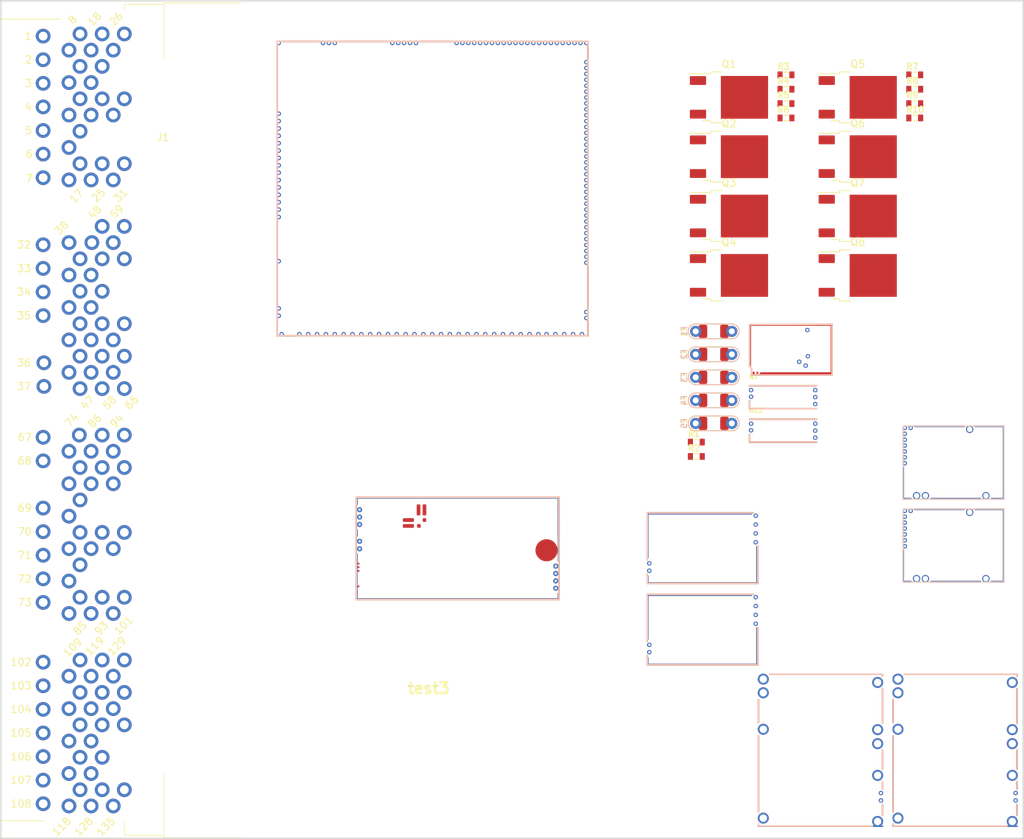
<source format=kicad_pcb>
(kicad_pcb (version 20240108) (generator "pcbnew") (generator_version "8.0")
  (layers (0 "F.Cu" signal) (31 "B.Cu" signal) (34 "B.Paste" user) (35 "F.Paste" user) (36 "B.SilkS" user "B.Silkscreen") (37 "F.SilkS" user "F.Silkscreen") (38 "B.Mask" user) (39 "F.Mask" user) (44 "Edge.Cuts" user))
  (net 0 "")
  (net 1 "Net-(F1-Pad1)")
  (net 2 "/OUT_IGN4")
  (net 3 "/OUT_IGN3")
  (net 4 "Net-(F2-Pad1)")
  (net 5 "Net-(F3-Pad1)")
  (net 6 "/OUT_IGN2")
  (net 7 "/OUT_IGN1")
  (net 8 "Net-(F4-Pad1)")
  (net 9 "Net-(F5-Pad1)")
  (net 10 "+12V_ETB")
  (net 23 "GND")
  (net 24 "/IN_KNOCK_RAW")
  (net 25 "/IN_KNOCK")
  (net 26 "/VREF")
  (net 27 "+5VA")
  (net 28 "/OUT_INJ1")
  (net 29 "/INJ1")
  (net 30 "/INJ2")
  (net 31 "/OUT_INJ2")
  (net 32 "/OUT_INJ3")
  (net 33 "/INJ3")
  (net 34 "/INJ4")
  (net 35 "/OUT_INJ4")
  (net 36 "/MAIN_RELAY")
  (net 37 "/OUT_MAIN_RELAY")
  (net 38 "/FAN_RELAY_1")
  (net 39 "/OUT_FAN_RELAY_1")
  (net 40 "/OUT_FAN_RELAY_2")
  (net 41 "/FAN_RELAY_2")
  (net 42 "/ELECTRONIC_THROTTE_RELAY")
  (net 43 "/OUT_ELECTRONIC_THROTTE_RELAY")
  (net 44 "+12V_RAW")
  (net 45 "/IN_VMAIN")
  (net 53 "/IN_IAT")
  (net 56 "/IN_CRANK")
  (net 64 "+3.3VA")
  (net 71 "/IGN")
  (net 83 "/PWR_EN")
  (net 85 "+3.3V")
  (net 88 "/IN_PPS_MAIN")
  (net 89 "/ETB_PWM")
  (net 95 "/ETB_DIS")
  (net 96 "/IN_MAP")
  (net 106 "/IN_PPS_SUB")
  (net 115 "GNDA")
  (net 116 "/PG_5VP")
  (net 121 "/THRESHOLD_VR_CR")
  (net 130 "/IN_ECT")
  (net 131 "/IN_TPS_SUB")
  (net 138 "/VBAT")
  (net 145 "/VR_ANALOG_CR")
  (net 146 "/ETB_DIR")
  (net 147 "/IN_TPS_MAIN")
  (net 159 "+5VAS")
  (net 160 "+12V_BACK_UP")
  (net 161 "+12V_IGN")
  (net 162 "+5V")
  (net 163 "+12V")
  (net 167 "/OUT_ETB+")
  (net 169 "/OUT_ETB-")
  (net 183 "/IN_CRANK-")
  (net 184 "/IN_CRANK+")
  (net 210 "/FUEL_PUMP_SIGNAL2")
  (net 211 "/FUEL_PUMP_SIGNAL1")
  (net 230 "/IN_CAM_HALL_CAM_LH")
  (net 236 "/IN_TUMBLE_SENSOR_RH")
  (net 238 "/IN_PS_PRESSURE_SWIITCH")
  (net 240 "/OUT_TACH")
  (net 242 "/IN_TUMBLE_SENSOR_LH")
  (net 248 "/OUT_VVT_LH-")
  (net 250 "/IN_STARTER_SWITCH")
  (net 251 "/OUT_PURGE_CONTROL")
  (net 253 "/OUT_WG")
  (net 259 "/IN_NEUTRAL_SWITCH")
  (net 260 "/OUT_VVT_RH+")
  (net 261 "/IN_VSS")
  (net 266 "/IN_CAM_HALL_CAM_RH")
  (net 267 "/SENSOR_PS_5V")
  (net 269 "/APS_PS_5V")
  (net 274 "/IN_FUEL_LEVEL")
  (net 275 "/OUT_VVT_LH+")
  (net 282 "/OUT_VVT_RH-")
  (net 283 "/GND_INJECTORS")
  (net 288 "/IN_CLT")
  (footprint "hellen-one-vr-discrete-0.5:vr-discrete" (layer "F.Cu") (at 172.75 126.062496)
    (property "Reference" "M6" (hide yes))
    (property "Value" "Module-vr-discrete-0.5" (hide yes))
    (pad "E1" thru_hole circle (at 14.8 -6.9 180) (size 0.6 0.6) (drill 0.3) (layers "*.Cu" "*.Mask") (net 121 "/THRESHOLD_VR_CR"))
    (pad "E2" thru_hole circle (at 14.8 -5.7 180) (size 0.6 0.6) (drill 0.3) (layers "*.Cu" "*.Mask") (net 145 "/VR_ANALOG_CR"))
    (pad "E3" thru_hole circle (at 14.8 -8.1 180) (size 0.6 0.6) (drill 0.3) (layers "*.Cu" "*.Mask") (net 56 "/IN_CRANK"))
    (pad "E4" thru_hole circle (at 14.8 -9.3 180) (size 0.6 0.6) (drill 0.3) (layers "*.Cu" "*.Mask") (net 27 "+5VA"))
    (pad "G" smd rect (at 0.15 -6.6325) (size 0.25 6.185) (layers "F.Cu") (net 23 "GND"))
    (pad "G" smd rect (at 0.15 -6.6325) (size 0.25 6.185) (layers "B.Cu") (net 23 "GND"))
    (pad "G" smd rect (at 0.15 -0.5825) (size 0.25 1.115) (layers "F.Cu") (net 23 "GND"))
    (pad "G" smd rect (at 0.15 -0.5825) (size 0.25 1.115) (layers "B.Cu") (net 23 "GND"))
    (pad "G" smd rect (at 7.1625 -9.6 90) (size 0.25 14.275) (layers "F.Cu") (net 23 "GND"))
    (pad "G" smd rect (at 7.1625 -9.6 90) (size 0.25 14.275) (layers "B.Cu") (net 23 "GND"))
    (pad "G" smd rect (at 7.575 -0.15 90) (size 0.25 15.1) (layers "F.Cu") (net 23 "GND"))
    (pad "G" smd rect (at 7.575 -0.15 90) (size 0.25 15.1) (layers "B.Cu") (net 23 "GND"))
    (pad "G" smd rect (at 15 -2.6125) (size 0.25 5.175) (layers "F.Cu") (net 23 "GND"))
    (pad "G" smd rect (at 15 -2.6125) (size 0.25 5.175) (layers "B.Cu") (net 23 "GND"))
    (pad "W1" thru_hole circle (at 0.375 -2.84 180) (size 0.6 0.6) (drill 0.3) (layers "*.Cu" "*.Mask") (net 183 "/IN_CRANK-"))
    (pad "W2" thru_hole circle (at 0.375 -1.84 180) (size 0.6 0.6) (drill 0.3) (layers "*.Cu" "*.Mask") (net 184 "/IN_CRANK+"))
  )
  (footprint "hellen-one-common:R0603" (layer "F.Cu") (at 191.65 51.773729)
    (property "Reference" "R6" (at -1.235559 -0.653823 0) (layer "F.SilkS") (effects (font (size 0.82 0.82) (thickness 0.17)) (justify left bottom)))
    (property "Value" "4.7k" (hide yes))
    (pad "1" smd roundrect (at -0.8 0) (size 0.7 0.92) (layers "F.Cu" "F.Paste" "F.Mask") (roundrect_rratio 0.1) (net 34 "/INJ4"))
    (pad "2" smd roundrect (at 0.8 0) (size 0.7 0.92) (layers "F.Cu" "F.Paste" "F.Mask") (roundrect_rratio 0.1) (net 23 "GND"))
  )
  (footprint "hellen-one-common:DPAK" (layer "F.Cu") (at 182.825 57.024996)
    (property "Reference" "Q2" (at 1.1 -4.5 0) (layer "F.SilkS"))
    (property "Value" "VND14NV04-E")
    (pad "1" smd roundrect (at -3.1 -2.28) (size 2.2 1.2) (layers "F.Cu" "F.Paste" "F.Mask") (roundrect_rratio 0.1) (net 30 "/INJ2"))
    (pad "2" smd rect (at 3.2 0) (size 6.4 5.8) (layers "F.Cu" "F.Mask") (net 31 "/OUT_INJ2"))
    (pad "3" smd roundrect (at -3.1 2.28) (size 2.2 1.2) (layers "F.Cu" "F.Paste" "F.Mask") (roundrect_rratio 0.1) (net 23 "GND"))
  )
  (footprint "hellen-one-wbo-0.5:wbo" (layer "F.Cu") (at 133.3 117.199996)
    (property "Reference" "M3" (hide yes))
    (property "Value" "Module-wbo-0.5" (hide yes))
    (pad "E1" thru_hole circle (at 27.15 -1.65 90) (size 0.7 0.7) (drill 0.3) (layers "*.Cu"))
    (pad "E2" thru_hole circle (at 27.15 -4.65 90) (size 0.7 0.7) (drill 0.3) (layers "*.Cu"))
    (pad "E3" thru_hole circle (at 27.15 -3.65 90) (size 0.7 0.7) (drill 0.3) (layers "*.Cu"))
    (pad "E4" thru_hole circle (at 27.15 -2.65 90) (size 0.7 0.7) (drill 0.3) (layers "*.Cu"))
    (pad "E5" smd circle (at 25.9 -6.8) (size 3 3) (layers "F.Cu"))
    (pad "E6" smd rect (at 27.525 -10.3) (size 0.25 3) (layers "F.Cu"))
    (pad "G" smd rect (at 0.175 -13.5) (size 0.25 1.1) (layers "F.Cu"))
    (pad "G" smd rect (at 0.175 -13.5) (size 0.25 1.1) (layers "B.Cu"))
    (pad "G" smd rect (at 0.175 -9.16) (size 0.25 0.98) (layers "F.Cu"))
    (pad "G" smd rect (at 0.175 -9.16) (size 0.25 0.98) (layers "B.Cu"))
    (pad "G" smd rect (at 0.175 -5.86) (size 0.25 0.98) (layers "F.Cu"))
    (pad "G" smd rect (at 0.175 -3.2) (size 0.25 6.3) (layers "B.Cu"))
    (pad "G" smd rect (at 0.175 -0.775) (size 0.25 1.45) (layers "F.Cu"))
    (pad "G" smd rect (at 13.85 -13.925 90) (size 0.25 27.6) (layers "F.Cu"))
    (pad "G" smd rect (at 13.85 -13.925 90) (size 0.25 27.6) (layers "B.Cu"))
    (pad "G" smd rect (at 13.85 -0.175 90) (size 0.25 27.6) (layers "F.Cu"))
    (pad "G" smd rect (at 13.85 -0.175 90) (size 0.25 27.6) (layers "B.Cu"))
    (pad "G" smd rect (at 27.525 -13.075) (size 0.25 1.95) (layers "F.Cu"))
    (pad "G" smd rect (at 27.525 -9.675) (size 0.25 8.75) (layers "B.Cu"))
    (pad "G" smd rect (at 27.525 -0.525) (size 0.25 0.95) (layers "F.Cu"))
    (pad "G" smd rect (at 27.525 -0.525) (size 0.25 0.95) (layers "B.Cu"))
    (pad "J1" smd roundrect (at 9.35 -12.275 180) (size 0.5 1.5) (layers "F.Cu"))
    (pad "J2" smd roundrect (at 7.175 -10.1 180) (size 1.5 0.5) (layers "F.Cu"))
    (pad "J_GND1" smd roundrect (at 8.55 -12.275 180) (size 0.5 1.5) (layers "F.Cu"))
    (pad "J_GND2" smd roundrect (at 8.6 -10.1 270) (size 0.5 0.5) (layers "F.Cu"))
    (pad "J_VCC1" smd roundrect (at 9.35 -10.9 180) (size 0.5 0.5) (layers "F.Cu"))
    (pad "J_VCC2" smd roundrect (at 7.175 -10.9 180) (size 1.5 0.5) (layers "F.Cu"))
    (pad "W1" thru_hole circle (at 0.5588 -11.3 90) (size 0.7 0.7) (drill 0.3) (layers "*.Cu"))
    (pad "W2" thru_hole circle (at 0.5588 -10.3 90) (size 0.7 0.7) (drill 0.3) (layers "*.Cu"))
    (pad "W3" thru_hole circle (at 0.5588 -7.004 90) (size 0.7 0.7) (drill 0.3) (layers "*.Cu"))
    (pad "W4" thru_hole circle (at 0.5588 -8.02 90) (size 0.7 0.7) (drill 0.3) (layers "*.Cu"))
    (pad "W5" smd roundrect (at 0.3 -5) (size 0.5 0.25) (layers "F.Cu") (roundrect_rratio 0.5))
    (pad "W6" smd roundrect (at 0.3 -4.5) (size 0.5 0.25) (layers "F.Cu") (roundrect_rratio 0.5))
    (pad "W7" smd roundrect (at 0.3 -4) (size 0.5 0.25) (layers "F.Cu") (roundrect_rratio 0.5))
    (pad "W8" smd roundrect (at 0.3 -1.9) (size 0.5 0.25) (layers "F.Cu") (roundrect_rratio 0.5))
    (pad "W9" thru_hole circle (at 0.5588 -12.3 90) (size 0.7 0.7) (drill 0.3) (layers "*.Cu"))
  )
  (footprint "hellen-one-motor-driver-0.1:motor-driver" (layer "F.Cu") (at 207.45 114.749996)
    (property "Reference" "M9" (hide yes))
    (property "Value" "Module-motor-driver-0.1" (hide yes))
    (pad "G" smd rect (at 0.1 -2.2 180) (size 0.2 4.4) (layers "F.Cu"))
    (pad "G" smd rect (at 0.1 -2.2 180) (size 0.2 4.4) (layers "B.Cu"))
    (pad "G" smd rect (at 0.6 -0.1 270) (size 0.2 1.2) (layers "F.Cu"))
    (pad "G" smd rect (at 0.6 -0.1 270) (size 0.2 1.2) (layers "B.Cu"))
    (pad "G" smd rect (at 5 -9.9 270) (size 0.2 6.8) (layers "F.Cu"))
    (pad "G" smd rect (at 5 -9.9 270) (size 0.2 6.8) (layers "B.Cu"))
    (pad "G" smd rect (at 7.2 -0.1 270) (size 0.2 6.8) (layers "F.Cu"))
    (pad "G" smd rect (at 7.2 -0.1 270) (size 0.2 6.8) (layers "B.Cu"))
    (pad "G" smd rect (at 11.8 -9.9 270) (size 0.2 4) (layers "F.Cu"))
    (pad "G" smd rect (at 11.8 -9.9 270) (size 0.2 4) (layers "B.Cu"))
    (pad "G" smd rect (at 12.9 -0.1 270) (size 0.2 1.8) (layers "F.Cu"))
    (pad "G" smd rect (at 12.9 -0.1 270) (size 0.2 1.8) (layers "B.Cu"))
    (pad "G" smd rect (at 13.7 -5 180) (size 0.2 10) (layers "F.Cu"))
    (pad "G" smd rect (at 13.7 -5 180) (size 0.2 10) (layers "B.Cu"))
    (pad "N1" thru_hole circle (at 1.1 -9.7 90) (size 0.6 0.6) (drill 0.3) (layers "*.Cu"))
    (pad "N2" thru_hole circle (at 9.1 -9.5 180) (size 1 1) (drill 0.7) (layers "*.Cu"))
    (pad "S1" thru_hole circle (at 1.9 -0.5 180) (size 1 1) (drill 0.7) (layers "*.Cu"))
    (pad "S2" thru_hole circle (at 3.1 -0.5 180) (size 1 1) (drill 0.7) (layers "*.Cu"))
    (pad "S3" thru_hole circle (at 11.3 -0.5 180) (size 1 1) (drill 0.7) (layers "*.Cu"))
    (pad "W1" thru_hole circle (at 0.3 -9.7 90) (size 0.6 0.6) (drill 0.3) (layers "*.Cu"))
    (pad "W2" thru_hole circle (at 0.3 -8.9 90) (size 0.6 0.6) (drill 0.3) (layers "*.Cu"))
    (pad "W3" thru_hole circle (at 0.3 -8.1 90) (size 0.6 0.6) (drill 0.3) (layers "*.Cu"))
    (pad "W4" thru_hole circle (at 0.3 -7.3 90) (size 0.6 0.6) (drill 0.3) (layers "*.Cu"))
    (pad "W5" thru_hole circle (at 0.3 -6.5 90) (size 0.6 0.6) (drill 0.3) (layers "*.Cu"))
    (pad "W6" thru_hole circle (at 0.3 -5.7 90) (size 0.6 0.6) (drill 0.3) (layers "*.Cu"))
    (pad "W7" thru_hole circle (at 0.3 -4.9 90) (size 0.6 0.6) (drill 0.3) (layers "*.Cu"))
  )
  (footprint "hellen-one-common:PAD-1206-PAD" (layer "F.Cu") (at 181.86 83.829996)
    (property "Reference" "F2" (at -4 0 90) (layer "F.SilkS") (effects (font (size 0.762 0.762) (thickness 0.127))))
    (property "Value" "nSMD005" (hide yes))
    (fp_text user "${REFERENCE}" (at -4 0 90) (layer "B.SilkS") (effects (font (size 0.762 0.762) (thickness 0.127)) (justify mirror)))
    (pad "1" thru_hole circle (at -2.45 0) (size 1.524 1.524) (drill 0.8128) (layers "*.Cu" "*.Mask") (net 4 "Net-(F2-Pad1)"))
    (pad "1" smd roundrect (at -1.45001 0 90) (size 1.8 1.15) (layers "F.Cu" "F.Paste" "F.Mask") (roundrect_rratio 0.2) (net 4 "Net-(F2-Pad1)"))
    (pad "2" smd roundrect (at 1.45001 0 90) (size 1.8 1.15) (layers "F.Cu" "F.Paste" "F.Mask") (roundrect_rratio 0.2) (net 3 "/OUT_IGN3"))
    (pad "2" thru_hole circle (at 2.45 0) (size 1.524 1.524) (drill 0.8128) (layers "*.Cu" "*.Mask") (net 3 "/OUT_IGN3"))
  )
  (footprint "hellen-one-common:R0603" (layer "F.Cu") (at 209.1 47.875637)
    (property "Reference" "R8" (at -1.235559 -0.653823 0) (layer "F.SilkS") (effects (font (size 0.82 0.82) (thickness 0.17)) (justify left bottom)))
    (property "Value" "4.7k" (hide yes))
    (pad "1" smd roundrect (at -0.8 0) (size 0.7 0.92) (layers "F.Cu" "F.Paste" "F.Mask") (roundrect_rratio 0.1) (net 38 "/FAN_RELAY_1"))
    (pad "2" smd roundrect (at 0.8 0) (size 0.7 0.92) (layers "F.Cu" "F.Paste" "F.Mask") (roundrect_rratio 0.1) (net 23 "GND"))
  )
  (footprint "hellen-one-common:R0603" (layer "F.Cu") (at 179.5 97.675637)
    (property "Reference" "R2" (at -1.235559 -0.653823 0) (layer "F.SilkS") (effects (font (size 0.82 0.82) (thickness 0.17)) (justify left bottom)))
    (property "Value" "6.8k" (hide yes))
    (pad "1" smd roundrect (at -0.8 0) (size 0.7 0.92) (layers "F.Cu" "F.Paste" "F.Mask") (roundrect_rratio 0.1) (net 23 "GND"))
    (pad "2" smd roundrect (at 0.8 0) (size 0.7 0.92) (layers "F.Cu" "F.Paste" "F.Mask") (roundrect_rratio 0.1) (net 45 "/IN_VMAIN"))
  )
  (footprint "hellen-one-common:PAD-1206-PAD" (layer "F.Cu") (at 181.86 86.949996)
    (property "Reference" "F3" (at -4 0 90) (layer "F.SilkS") (effects (font (size 0.762 0.762) (thickness 0.127))))
    (property "Value" "nSMD005" (hide yes))
    (fp_text user "${REFERENCE}" (at -4 0 90) (layer "B.SilkS") (effects (font (size 0.762 0.762) (thickness 0.127)) (justify mirror)))
    (pad "1" thru_hole circle (at -2.45 0) (size 1.524 1.524) (drill 0.8128) (layers "*.Cu" "*.Mask") (net 5 "Net-(F3-Pad1)"))
    (pad "1" smd roundrect (at -1.45001 0 90) (size 1.8 1.15) (layers "F.Cu" "F.Paste" "F.Mask") (roundrect_rratio 0.2) (net 5 "Net-(F3-Pad1)"))
    (pad "2" smd roundrect (at 1.45001 0 90) (size 1.8 1.15) (layers "F.Cu" "F.Paste" "F.Mask") (roundrect_rratio 0.2) (net 6 "/OUT_IGN2"))
    (pad "2" thru_hole circle (at 2.45 0) (size 1.524 1.524) (drill 0.8128) (layers "*.Cu" "*.Mask") (net 6 "/OUT_IGN2"))
  )
  (footprint "hellen-one-common:R0603" (layer "F.Cu") (at 191.65 49.824683)
    (property "Reference" "R5" (at -1.235559 -0.653823 0) (layer "F.SilkS") (effects (font (size 0.82 0.82) (thickness 0.17)) (justify left bottom)))
    (property "Value" "4.7k" (hide yes))
    (pad "1" smd roundrect (at -0.8 0) (size 0.7 0.92) (layers "F.Cu" "F.Paste" "F.Mask") (roundrect_rratio 0.1) (net 33 "/INJ3"))
    (pad "2" smd roundrect (at 0.8 0) (size 0.7 0.92) (layers "F.Cu" "F.Paste" "F.Mask") (roundrect_rratio 0.1) (net 23 "GND"))
  )
  (footprint "hellen-one-common:DPAK" (layer "F.Cu") (at 182.825 73.124996)
    (property "Reference" "Q4" (at 1.1 -4.5 0) (layer "F.SilkS"))
    (property "Value" "VND14NV04-E")
    (pad "1" smd roundrect (at -3.1 -2.28) (size 2.2 1.2) (layers "F.Cu" "F.Paste" "F.Mask") (roundrect_rratio 0.1) (net 34 "/INJ4"))
    (pad "2" smd rect (at 3.2 0) (size 6.4 5.8) (layers "F.Cu" "F.Mask") (net 35 "/OUT_INJ4"))
    (pad "3" smd roundrect (at -3.1 2.28) (size 2.2 1.2) (layers "F.Cu" "F.Paste" "F.Mask") (roundrect_rratio 0.1) (net 23 "GND"))
  )
  (footprint "hellen-one-vr-discrete-0.5:vr-discrete" (layer "F.Cu") (at 172.75 115.012496)
    (property "Reference" "M5" (hide yes))
    (property "Value" "Module-vr-discrete-0.5" (hide yes))
    (pad "E1" thru_hole circle (at 14.8 -6.9 180) (size 0.6 0.6) (drill 0.3) (layers "*.Cu" "*.Mask") (net 121 "/THRESHOLD_VR_CR"))
    (pad "E2" thru_hole circle (at 14.8 -5.7 180) (size 0.6 0.6) (drill 0.3) (layers "*.Cu" "*.Mask") (net 145 "/VR_ANALOG_CR"))
    (pad "E3" thru_hole circle (at 14.8 -8.1 180) (size 0.6 0.6) (drill 0.3) (layers "*.Cu" "*.Mask") (net 56 "/IN_CRANK"))
    (pad "E4" thru_hole circle (at 14.8 -9.3 180) (size 0.6 0.6) (drill 0.3) (layers "*.Cu" "*.Mask") (net 27 "+5VA"))
    (pad "G" smd rect (at 0.15 -6.6325) (size 0.25 6.185) (layers "F.Cu") (net 23 "GND"))
    (pad "G" smd rect (at 0.15 -6.6325) (size 0.25 6.185) (layers "B.Cu") (net 23 "GND"))
    (pad "G" smd rect (at 0.15 -0.5825) (size 0.25 1.115) (layers "F.Cu") (net 23 "GND"))
    (pad "G" smd rect (at 0.15 -0.5825) (size 0.25 1.115) (layers "B.Cu") (net 23 "GND"))
    (pad "G" smd rect (at 7.1625 -9.6 90) (size 0.25 14.275) (layers "F.Cu") (net 23 "GND"))
    (pad "G" smd rect (at 7.1625 -9.6 90) (size 0.25 14.275) (layers "B.Cu") (net 23 "GND"))
    (pad "G" smd rect (at 7.575 -0.15 90) (size 0.25 15.1) (layers "F.Cu") (net 23 "GND"))
    (pad "G" smd rect (at 7.575 -0.15 90) (size 0.25 15.1) (layers "B.Cu") (net 23 "GND"))
    (pad "G" smd rect (at 15 -2.6125) (size 0.25 5.175) (layers "F.Cu") (net 23 "GND"))
    (pad "G" smd rect (at 15 -2.6125) (size 0.25 5.175) (layers "B.Cu") (net 23 "GND"))
    (pad "W1" thru_hole circle (at 0.375 -2.84 180) (size 0.6 0.6) (drill 0.3) (layers "*.Cu" "*.Mask") (net 183 "/IN_CRANK-"))
    (pad "W2" thru_hole circle (at 0.375 -1.84 180) (size 0.6 0.6) (drill 0.3) (layers "*.Cu" "*.Mask") (net 184 "/IN_CRANK+"))
  )
  (footprint "hellen-one-power_12and5V-0.3:power_12and5V" (layer "F.Cu") (at 187.824999 147.925)
    (property "Reference" "M8" (hide yes))
    (property "Value" "Module-power_12and5V-0.3" (hide yes))
    (pad "E1" thru_hole circle (at 16.249996 -19.6) (size 1.5 1.5) (drill 1) (layers "*.Cu" "*.Mask"))
    (pad "E2" thru_hole circle (at 16.249996 -13.200003) (size 1.5 1.5) (drill 1) (layers "*.Cu" "*.Mask"))
    (pad "E3" thru_hole circle (at 16.249996 -11.3) (size 1.5 1.5) (drill 1) (layers "*.Cu" "*.Mask"))
    (pad "E4" thru_hole circle (at 16.249996 -7) (size 1.5 1.5) (drill 1) (layers "*.Cu" "*.Mask"))
    (pad "E5" thru_hole circle (at 16.699995 -4.600003 180) (size 0.6 0.6) (drill 0.3) (layers "*.Cu" "*.Mask"))
    (pad "E6" thru_hole circle (at 16.699995 -3.600002) (size 0.6 0.6) (drill 0.3) (layers "*.Cu" "*.Mask"))
    (pad "S1" smd oval (at 0.1 -15.75 270) (size 3.3 0.2) (layers "F.Cu" "F.Paste" "F.Mask"))
    (pad "S1" smd oval (at 0.1 -15.75 270) (size 3.3 0.2) (layers "B.Cu" "B.Paste" "B.Mask"))
    (pad "S1" smd oval (at 0.1 -7.250002 90) (size 10.2 0.2) (layers "F.Cu" "F.Paste" "F.Mask"))
    (pad "S1" smd oval (at 0.1 -7.250002 90) (size 10.2 0.2) (layers "B.Cu" "B.Paste" "B.Mask"))
    (pad "S1" smd oval (at 0.1 -0.15 90) (size 0.3 0.2) (layers "F.Cu" "F.Paste" "F.Mask"))
    (pad "S1" smd oval (at 0.1 -0.15 90) (size 0.3 0.2) (layers "B.Cu" "B.Paste" "B.Mask"))
    (pad "S1" smd oval (at 8.499998 -0.1) (size 17 0.2) (layers "F.Cu" "F.Paste" "F.Mask"))
    (pad "S1" smd oval (at 8.499998 -0.1) (size 17 0.2) (layers "B.Cu" "B.Paste" "B.Mask"))
    (pad "S1" smd oval (at 9.299999 -20.7) (size 15.4 0.2) (layers "F.Cu" "F.Paste" "F.Mask"))
    (pad "S1" smd oval (at 9.299999 -20.7) (size 15.4 0.2) (layers "B.Cu" "B.Paste" "B.Mask"))
    (pad "S1" thru_hole circle (at 16.249996 -0.75 90) (size 1.5 1.5) (drill 1) (layers "*.Cu" "*.Mask"))
    (pad "S1" smd oval (at 16.899997 -20.65 90) (size 0.3 0.2) (layers "F.Cu" "F.Paste" "F.Mask"))
    (pad "S1" smd oval (at 16.899997 -20.65 90) (size 0.3 0.2) (layers "B.Cu" "B.Paste" "B.Mask"))
    (pad "S1" smd oval (at 16.899997 -16.450002 90) (size 4.8 0.2) (layers "F.Cu" "F.Paste" "F.Mask"))
    (pad "S1" smd oval (at 16.899997 -16.450002 90) (size 4.8 0.2) (layers "B.Cu" "B.Paste" "B.Mask"))
    (pad "S1" smd oval (at 16.899997 -9.1 270) (size 2.6 0.2) (layers "F.Cu" "F.Paste" "F.Mask"))
    (pad "S1" smd oval (at 16.899997 -9.1 270) (size 2.6 0.2) (layers "B.Cu" "B.Paste" "B.Mask"))
    (pad "S1" smd oval (at 16.899997 -5.600003 270) (size 1 0.2) (layers "F.Cu" "F.Paste" "F.Mask"))
    (pad "S1" smd oval (at 16.899997 -5.600003 270) (size 1 0.2) (layers "B.Cu" "B.Paste" "B.Mask"))
    (pad "S1" smd oval (at 16.899997 -2.300002 270) (size 1.5 0.2) (layers "F.Cu" "F.Paste" "F.Mask"))
    (pad "S1" smd oval (at 16.899997 -2.300002 270) (size 1.5 0.2) (layers "B.Cu" "B.Paste" "B.Mask"))
    (pad "V1" thru_hole circle (at 0.749999 -20.050002) (size 1.5 1.5) (drill 1) (layers "*.Cu" "*.Mask"))
    (pad "V2" thru_hole circle (at 0.749999 -18.200003) (size 1.5 1.5) (drill 1) (layers "*.Cu" "*.Mask"))
    (pad "V3" thru_hole circle (at 0.749999 -13.25) (size 1.5 1.5) (drill 1) (layers "*.Cu" "*.Mask"))
    (pad "V4" thru_hole circle (at 0.749999 -1.200002) (size 1.5 1.5) (drill 1) (layers "*.Cu" "*.Mask"))
  )
  (footprint "hellen-one-can-0.1:can" (layer "F.Cu") (at 186.62 86.73667)
    (property "Reference" "M4" (hide yes))
    (property "Value" "Module-can-0.1" (hide yes))
    (pad "E1" smd oval (at 0.199997 -4.1375 180) (size 0.2 5.669999) (layers "F.Cu" "F.Paste"))
    (pad "E1" smd oval (at 5.674998 -6.875 90) (size 0.2 11.100001) (layers "F.Cu" "F.Paste"))
    (pad "E1" smd oval (at 6.374999 -0.275003 270) (size 0.399999 9.800001) (layers "F.Cu" "F.Paste"))
    (pad "E1" smd oval (at 10.999993 -0.275003 180) (size 0.499999 0.25) (layers "F.Cu" "F.Paste" "F.Mask"))
    (pad "E1" smd oval (at 11.174997 -3.537501 180) (size 0.2 6.799999) (layers "F.Cu" "F.Paste"))
    (pad "S1" smd oval (at 0.649999 -0.325001) (size 0.25 0.499999) (layers "F.Cu" "F.Paste" "F.Mask"))
    (pad "S2" smd oval (at 1.15 -0.325001) (size 0.25 0.499999) (layers "F.Cu" "F.Paste" "F.Mask"))
    (pad "V1" thru_hole circle (at 7.699997 -1.374999 180) (size 0.599999 0.599999) (drill 0.299999) (layers "*.Cu" "*.Mask"))
    (pad "V2" thru_hole circle (at 6.824995 -1.899999 180) (size 0.599999 0.599999) (drill 0.299999) (layers "*.Cu" "*.Mask"))
    (pad "V5" thru_hole circle (at 7.999999 -2.649997 270) (size 0.599999 0.599999) (drill 0.299999) (layers "*.Cu" "*.Mask"))
    (pad "V6" thru_hole circle (at 7.924996 -6.199998 270) (size 0.599999 0.599999) (drill 0.299999) (layers "*.Cu" "*.Mask"))
  )
  (footprint "hellen-one-common:DPAK" (layer "F.Cu") (at 200.275 65.074996)
    (property "Reference" "Q7" (at 1.1 -4.5 0) (layer "F.SilkS"))
    (property "Value" "VND14NV04-E")
    (pad "1" smd roundrect (at -3.1 -2.28) (size 2.2 1.2) (layers "F.Cu" "F.Paste" "F.Mask") (roundrect_rratio 0.1) (net 41 "/FAN_RELAY_2"))
    (pad "2" smd rect (at 3.2 0) (size 6.4 5.8) (layers "F.Cu" "F.Mask") (net 40 "/OUT_FAN_RELAY_2"))
    (pad "3" smd roundrect (at -3.1 2.28) (size 2.2 1.2) (layers "F.Cu" "F.Paste" "F.Mask") (roundrect_rratio 0.1) (net 23 "GND"))
  )
  (footprint "hellen-one-knock-0.2:knock" (layer "F.Cu") (at 186.62 91.279999)
    (property "Reference" "M7" (at -0.0998 -4.0382 0) (layer "F.SilkS") (effects (font (size 0.6 0.6) (thickness 0.254)) (justify left bottom)))
    (property "Value" "Module-knock-0.2" (hide yes))
    (pad "E1" thru_hole circle (at 9 -2.6 180) (size 0.6 0.6) (drill 0.3) (layers "*.Cu" "*.Mask"))
    (pad "E2" smd oval (at 0.1 -0.625 180) (size 0.2 1.225) (layers "F.Cu" "F.Paste" "F.Mask"))
    (pad "E2" smd oval (at 0.1 -0.625 180) (size 0.2 1.225) (layers "B.Cu" "B.Paste" "B.Mask"))
    (pad "E2" smd oval (at 4.65 -3.2 90) (size 0.2 9.3) (layers "F.Cu" "F.Paste" "F.Mask"))
    (pad "E2" smd oval (at 4.65 -3.2 90) (size 0.2 9.3) (layers "B.Cu" "B.Paste" "B.Mask"))
    (pad "E2" smd oval (at 4.65 -0.1 270) (size 0.2 9.3) (layers "F.Cu" "F.Paste" "F.Mask"))
    (pad "E2" smd oval (at 4.65 -0.1 270) (size 0.2 9.3) (layers "B.Cu" "B.Paste" "B.Mask"))
    (pad "E2" thru_hole circle (at 9 -1.65 180) (size 0.6 0.6) (drill 0.3) (layers "*.Cu" "*.Mask"))
    (pad "E3" thru_hole circle (at 9 -0.700002 180) (size 0.6 0.6) (drill 0.3) (layers "*.Cu" "*.Mask"))
    (pad "W1" thru_hole circle (at 0.3 -1.7) (size 0.6 0.6) (drill 0.3) (layers "*.Cu" "*.Mask"))
    (pad "W2" thru_hole circle (at 0.3 -2.6) (size 0.6 0.6) (drill 0.3) (layers "*.Cu" "*.Mask"))
  )
  (footprint "hellen-one-common:DPAK" (layer "F.Cu") (at 182.825 48.974996)
    (property "Reference" "Q1" (at 1.1 -4.5 0) (layer "F.SilkS"))
    (property "Value" "VND14NV04-E")
    (pad "1" smd roundrect (at -3.1 -2.28) (size 2.2 1.2) (layers "F.Cu" "F.Paste" "F.Mask") (roundrect_rratio 0.1) (net 29 "/INJ1"))
    (pad "2" smd rect (at 3.2 0) (size 6.4 5.8) (layers "F.Cu" "F.Mask") (net 28 "/OUT_INJ1"))
    (pad "3" smd roundrect (at -3.1 2.28) (size 2.2 1.2) (layers "F.Cu" "F.Paste" "F.Mask") (roundrect_rratio 0.1) (net 23 "GND"))
  )
  (footprint "hellen-one-common:DPAK" (layer "F.Cu") (at 182.825 65.074996)
    (property "Reference" "Q3" (at 1.1 -4.5 0) (layer "F.SilkS"))
    (property "Value" "VND14NV04-E")
    (pad "1" smd roundrect (at -3.1 -2.28) (size 2.2 1.2) (layers "F.Cu" "F.Paste" "F.Mask") (roundrect_rratio 0.1) (net 33 "/INJ3"))
    (pad "2" smd rect (at 3.2 0) (size 6.4 5.8) (layers "F.Cu" "F.Mask") (net 32 "/OUT_INJ3"))
    (pad "3" smd roundrect (at -3.1 2.28) (size 2.2 1.2) (layers "F.Cu" "F.Paste" "F.Mask") (roundrect_rratio 0.1) (net 23 "GND"))
  )
  (footprint "hellen-one-common:R0603" (layer "F.Cu") (at 209.1 49.824683)
    (property "Reference" "R9" (at -1.235559 -0.653823 0) (layer "F.SilkS") (effects (font (size 0.82 0.82) (thickness 0.17)) (justify left bottom)))
    (property "Value" "4.7k" (hide yes))
    (pad "1" smd roundrect (at -0.8 0) (size 0.7 0.92) (layers "F.Cu" "F.Paste" "F.Mask") (roundrect_rratio 0.1) (net 41 "/FAN_RELAY_2"))
    (pad "2" smd roundrect (at 0.8 0) (size 0.7 0.92) (layers "F.Cu" "F.Paste" "F.Mask") (roundrect_rratio 0.1) (net 23 "GND"))
  )
  (footprint "hellen-one-knock-0.2:knock" (layer "F.Cu") (at 186.62 95.830002)
    (property "Reference" "M13" (at -0.0998 -4.0382 0) (layer "F.SilkS") (effects (font (size 0.6 0.6) (thickness 0.254)) (justify left bottom)))
    (property "Value" "Module-knock-0.2" (hide yes))
    (pad "E1" thru_hole circle (at 9 -2.6 180) (size 0.6 0.6) (drill 0.3) (layers "*.Cu" "*.Mask") (net 27 "+5VA"))
    (pad "E2" smd oval (at 0.1 -0.625 180) (size 0.2 1.225) (layers "F.Cu" "F.Paste" "F.Mask") (net 23 "GND"))
    (pad "E2" smd oval (at 0.1 -0.625 180) (size 0.2 1.225) (layers "B.Cu" "B.Paste" "B.Mask") (net 23 "GND"))
    (pad "E2" smd oval (at 4.65 -3.2 90) (size 0.2 9.3) (layers "F.Cu" "F.Paste" "F.Mask") (net 23 "GND"))
    (pad "E2" smd oval (at 4.65 -3.2 90) (size 0.2 9.3) (layers "B.Cu" "B.Paste" "B.Mask") (net 23 "GND"))
    (pad "E2" smd oval (at 4.65 -0.1 270) (size 0.2 9.3) (layers "F.Cu" "F.Paste" "F.Mask") (net 23 "GND"))
    (pad "E2" smd oval (at 4.65 -0.1 270) (size 0.2 9.3) (layers "B.Cu" "B.Paste" "B.Mask") (net 23 "GND"))
    (pad "E2" thru_hole circle (at 9 -1.65 180) (size 0.6 0.6) (drill 0.3) (layers "*.Cu" "*.Mask") (net 23 "GND"))
    (pad "E3" thru_hole circle (at 9 -0.700002 180) (size 0.6 0.6) (drill 0.3) (layers "*.Cu" "*.Mask") (net 25 "/IN_KNOCK"))
    (pad "W1" thru_hole circle (at 0.3 -1.7) (size 0.6 0.6) (drill 0.3) (layers "*.Cu" "*.Mask") (net 24 "/IN_KNOCK_RAW"))
    (pad "W2" thru_hole circle (at 0.3 -2.6) (size 0.6 0.6) (drill 0.3) (layers "*.Cu" "*.Mask") (net 26 "/VREF"))
  )
  (footprint "hellen-one-common:DPAK" (layer "F.Cu") (at 200.275 48.974996)
    (property "Reference" "Q5" (at 1.1 -4.5 0) (layer "F.SilkS"))
    (property "Value" "VND14NV04-E")
    (pad "1" smd roundrect (at -3.1 -2.28) (size 2.2 1.2) (layers "F.Cu" "F.Paste" "F.Mask") (roundrect_rratio 0.1) (net 36 "/MAIN_RELAY"))
    (pad "2" smd rect (at 3.2 0) (size 6.4 5.8) (layers "F.Cu" "F.Mask") (net 37 "/OUT_MAIN_RELAY"))
    (pad "3" smd roundrect (at -3.1 2.28) (size 2.2 1.2) (layers "F.Cu" "F.Paste" "F.Mask") (roundrect_rratio 0.1) (net 23 "GND"))
  )
  (footprint "hellen-one-common:DPAK" (layer "F.Cu") (at 200.275 73.124996)
    (property "Reference" "Q8" (at 1.1 -4.5 0) (layer "F.SilkS"))
    (property "Value" "VND14NV04-E")
    (pad "1" smd roundrect (at -3.1 -2.28) (size 2.2 1.2) (layers "F.Cu" "F.Paste" "F.Mask") (roundrect_rratio 0.1) (net 42 "/ELECTRONIC_THROTTE_RELAY"))
    (pad "2" smd rect (at 3.2 0) (size 6.4 5.8) (layers "F.Cu" "F.Mask") (net 43 "/OUT_ELECTRONIC_THROTTE_RELAY"))
    (pad "3" smd roundrect (at -3.1 2.28) (size 2.2 1.2) (layers "F.Cu" "F.Paste" "F.Mask") (roundrect_rratio 0.1) (net 23 "GND"))
  )
  (footprint "hellen-one-common:R0603" (layer "F.Cu") (at 209.1 51.773729)
    (property "Reference" "R10" (at -1.235559 -0.653823 0) (layer "F.SilkS") (effects (font (size 0.82 0.82) (thickness 0.17)) (justify left bottom)))
    (property "Value" "4.7k" (hide yes))
    (pad "1" smd roundrect (at -0.8 0) (size 0.7 0.92) (layers "F.Cu" "F.Paste" "F.Mask") (roundrect_rratio 0.1) (net 42 "/ELECTRONIC_THROTTE_RELAY"))
    (pad "2" smd roundrect (at 0.8 0) (size 0.7 0.92) (layers "F.Cu" "F.Paste" "F.Mask") (roundrect_rratio 0.1) (net 23 "GND"))
  )
  (footprint "hellen-one-common:R0603" (layer "F.Cu") (at 191.65 47.875637)
    (property "Reference" "R4" (at -1.235559 -0.653823 0) (layer "F.SilkS") (effects (font (size 0.82 0.82) (thickness 0.17)) (justify left bottom)))
    (property "Value" "4.7k" (hide yes))
    (pad "1" smd roundrect (at -0.8 0) (size 0.7 0.92) (layers "F.Cu" "F.Paste" "F.Mask") (roundrect_rratio 0.1) (net 30 "/INJ2"))
    (pad "2" smd roundrect (at 0.8 0) (size 0.7 0.92) (layers "F.Cu" "F.Paste" "F.Mask") (roundrect_rratio 0.1) (net 23 "GND"))
  )
  (footprint "hellen-one-common:R0603" (layer "F.Cu") (at 179.5 95.726591)
    (property "Reference" "R1" (at -1.235559 -0.653823 0) (layer "F.SilkS") (effects (font (size 0.82 0.82) (thickness 0.17)) (justify left bottom)))
    (property "Value" "33k" (hide yes))
    (pad "1" smd roundrect (at -0.8 0) (size 0.7 0.92) (layers "F.Cu" "F.Paste" "F.Mask") (roundrect_rratio 0.1) (net 44 "+12V_RAW"))
    (pad "2" smd roundrect (at 0.8 0) (size 0.7 0.92) (layers "F.Cu" "F.Paste" "F.Mask") (roundrect_rratio 0.1) (net 45 "/IN_VMAIN"))
  )
  (footprint "hellen-one-common:R0603" (layer "F.Cu") (at 191.65 45.926591)
    (property "Reference" "R3" (at -1.235559 -0.653823 0) (layer "F.SilkS") (effects (font (size 0.82 0.82) (thickness 0.17)) (justify left bottom)))
    (property "Value" "4.7k" (hide yes))
    (pad "1" smd roundrect (at -0.8 0) (size 0.7 0.92) (layers "F.Cu" "F.Paste" "F.Mask") (roundrect_rratio 0.1) (net 29 "/INJ1"))
    (pad "2" smd roundrect (at 0.8 0) (size 0.7 0.92) (layers "F.Cu" "F.Paste" "F.Mask") (roundrect_rratio 0.1) (net 23 "GND"))
  )
  (footprint "hellen-one-common:PAD-1206-PAD" (layer "F.Cu") (at 181.86 90.069996)
    (property "Reference" "F4" (at -4 0 90) (layer "F.SilkS") (effects (font (size 0.762 0.762) (thickness 0.127))))
    (property "Value" "nSMD005" (hide yes))
    (fp_text user "${REFERENCE}" (at -4 0 90) (layer "B.SilkS") (effects (font (size 0.762 0.762) (thickness 0.127)) (justify mirror)))
    (pad "1" thru_hole circle (at -2.45 0) (size 1.524 1.524) (drill 0.8128) (layers "*.Cu" "*.Mask") (net 8 "Net-(F4-Pad1)"))
    (pad "1" smd roundrect (at -1.45001 0 90) (size 1.8 1.15) (layers "F.Cu" "F.Paste" "F.Mask") (roundrect_rratio 0.2) (net 8 "Net-(F4-Pad1)"))
    (pad "2" smd roundrect (at 1.45001 0 90) (size 1.8 1.15) (layers "F.Cu" "F.Paste" "F.Mask") (roundrect_rratio 0.2) (net 7 "/OUT_IGN1"))
    (pad "2" thru_hole circle (at 2.45 0) (size 1.524 1.524) (drill 0.8128) (layers "*.Cu" "*.Mask") (net 7 "/OUT_IGN1"))
  )
  (footprint "STI:1-1376430-0" (layer "F.Cu") (at 90.975 40.374996)
    (property "Reference" "J1" (at 16.225 14.025004 0) (layer "F.SilkS"))
    (property "Value" "1-1376430-0")
    (fp_text user "58" (at 9 50 45) (layer "F.SilkS"))
    (fp_text user "48" (at 7 24.2 45) (layer "F.SilkS"))
    (fp_text user "26" (at 9.9 -2 45) (layer "F.SilkS"))
    (fp_text user "18" (at 7 -2 45) (layer "F.SilkS"))
    (fp_text user "6" (at -1.9 16.3 0) (layer "F.SilkS"))
    (fp_text user "3" (at -2 6.7 0) (layer "F.SilkS"))
    (fp_text user "8" (at 4 -1.9 45) (layer "F.SilkS"))
    (fp_text user "69" (at -2.5 64.3 0) (layer "F.SilkS"))
    (fp_text user "109" (at 4 83.2 45) (layer "F.SilkS"))
    (fp_text user "71" (at -2.5 70.7 0) (layer "F.SilkS"))
    (fp_text user "101" (at 10.9 80.2 45) (layer "F.SilkS"))
    (fp_text user "34" (at -2.6 35 0) (layer "F.SilkS"))
    (fp_text user "104" (at -3 91.6 0) (layer "F.SilkS"))
    (fp_text user "70" (at -2.5 67.5 0) (layer "F.SilkS"))
    (fp_text user "103" (at -3 88.4 0) (layer "F.SilkS"))
    (fp_text user "128" (at 5.5 107.5 45) (layer "F.SilkS"))
    (fp_text user "37" (at -2.6 47.8 0) (layer "F.SilkS"))
    (fp_text user "35" (at -2.6 38.2 0) (layer "F.SilkS"))
    (fp_text user "7" (at -1.9 19.6 0) (layer "F.SilkS"))
    (fp_text user "25" (at 7.5 21.9 45) (layer "F.SilkS"))
    (fp_text user "47" (at 6 50 45) (layer "F.SilkS"))
    (fp_text user "85" (at 5 80.6 45) (layer "F.SilkS"))
    (fp_text user "59" (at 10 24.1 45) (layer "F.SilkS"))
    (fp_text user "119" (at 7 83 45) (layer "F.SilkS"))
    (fp_text user "135" (at 8.5 107.5 45) (layer "F.SilkS"))
    (fp_text user "73" (at -2.5 77.1 0) (layer "F.SilkS"))
    (fp_text user "36" (at -2.6 44.6 0) (layer "F.SilkS"))
    (fp_text user "105" (at -3 94.8 0) (layer "F.SilkS"))
    (fp_text user "106" (at -3 98 0) (layer "F.SilkS"))
    (fp_text user "6" (at -1.9 16.3 0) (layer "F.SilkS"))
    (fp_text user "68" (at -2.5 57.9 0) (layer "F.SilkS"))
    (fp_text user "74" (at 3.9 52.4 45) (layer "F.SilkS"))
    (fp_text user "1" (at -2 0.3 0) (layer "F.SilkS"))
    (fp_text user "107" (at -3 101.2 0) (layer "F.SilkS"))
    (fp_text user "102" (at -3 85.2 0) (layer "F.SilkS"))
    (fp_text user "94" (at 10 52.5 45) (layer "F.SilkS"))
    (fp_text user "31" (at 10.5 21.9 45) (layer "F.SilkS"))
    (fp_text user "129" (at 10 83 45) (layer "F.SilkS"))
    (fp_text user "17" (at 4.5 22 45) (layer "F.SilkS"))
    (fp_text user "33" (at -2.6 31.8 0) (layer "F.SilkS"))
    (fp_text user "32" (at -2.6 28.6 0) (layer "F.SilkS"))
    (fp_text user "118" (at 2.5 107.5 45) (layer "F.SilkS"))
    (fp_text user "93" (at 7.9 80.6 45) (layer "F.SilkS"))
    (fp_text user "108" (at -3 104.4 0) (layer "F.SilkS"))
    (fp_text user "67" (at -2.5 54.7 0) (layer "F.SilkS"))
    (fp_text user "72" (at -2.5 73.9 0) (layer "F.SilkS"))
    (fp_text user "86" (at 7 52.5 45) (layer "F.SilkS"))
    (fp_text user "4" (at -2 9.9 0) (layer "F.SilkS"))
    (fp_text user "66" (at 12 50 45) (layer "F.SilkS"))
    (fp_text user "5" (at -2 13.1 0) (layer "F.SilkS"))
    (fp_text user "38" (at 2.5 26.3 45) (layer "F.SilkS"))
    (fp_text user "2" (at -2 3.5 0) (layer "F.SilkS"))
    (pad "" np_thru_hole circle (at 16.45 5.5) (size 3.5 3.5) (drill 3.5) (layers "*.Cu" "*.Mask"))
    (pad "" np_thru_hole circle (at 16.45 51.25) (size 3.5 3.5) (drill 3.5) (layers "*.Cu" "*.Mask"))
    (pad "" np_thru_hole circle (at 16.45 98.1) (size 3.5 3.5) (drill 3.5) (layers "*.Cu" "*.Mask"))
    (pad "1" thru_hole circle (at 0 0.3) (size 2 2) (drill 1.2) (layers "*.Cu" "*.Mask") (net 23 "GND"))
    (pad "2" thru_hole circle (at 0 3.5) (size 2 2) (drill 1.2) (layers "*.Cu" "*.Mask") (net 23 "GND"))
    (pad "3" thru_hole circle (at 0 6.7) (size 2 2) (drill 1.2) (layers "*.Cu" "*.Mask") (net 23 "GND"))
    (pad "4" thru_hole circle (at 0 9.9) (size 2 2) (drill 1.2) (layers "*.Cu" "*.Mask") (net 169 "/OUT_ETB-"))
    (pad "5" thru_hole circle (at 0 13.1) (size 2 2) (drill 1.2) (layers "*.Cu" "*.Mask") (net 167 "/OUT_ETB+"))
    (pad "6" thru_hole circle (at 0 16.3) (size 2 2) (drill 1.2) (layers "*.Cu" "*.Mask") (net 9 "Net-(F5-Pad1)"))
    (pad "7" thru_hole circle (at 0 19.5) (size 2 2) (drill 1.2) (layers "*.Cu" "*.Mask") (net 283 "/GND_INJECTORS"))
    (pad "8" thru_hole circle (at 5 0) (size 2 2) (drill 1.2) (layers "*.Cu" "*.Mask") (net 250 "/IN_STARTER_SWITCH"))
    (pad "9" thru_hole circle (at 3.5 2.2) (size 2 2) (drill 1.2) (layers "*.Cu" "*.Mask") (net 259 "/IN_NEUTRAL_SWITCH"))
    (pad "10" thru_hole circle (at 5 4.4) (size 2 2) (drill 1.2) (layers "*.Cu" "*.Mask") (net 238 "/IN_PS_PRESSURE_SWIITCH"))
    (pad "11" thru_hole circle (at 3.5 6.6) (size 2 2) (drill 1.2) (layers "*.Cu" "*.Mask"))
    (pad "12" thru_hole circle (at 5 8.8) (size 2 2) (drill 1.2) (layers "*.Cu" "*.Mask"))
    (pad "13" thru_hole circle (at 3.5 11) (size 2 2) (drill 1.2) (layers "*.Cu" "*.Mask"))
    (pad "14" thru_hole circle (at 5 13.2) (size 2 2) (drill 1.2) (layers "*.Cu" "*.Mask"))
    (pad "15" thru_hole circle (at 3.5 15.4) (size 2 2) (drill 1.2) (layers "*.Cu" "*.Mask") (net 161 "+12V_IGN"))
    (pad "16" thru_hole circle (at 5 17.6) (size 2 2) (drill 1.2) (layers "*.Cu" "*.Mask"))
    (pad "17" thru_hole circle (at 3.5 19.8) (size 2 2) (drill 1.2) (layers "*.Cu" "*.Mask") (net 37 "/OUT_MAIN_RELAY"))
    (pad "18" thru_hole circle (at 8 0) (size 2 2) (drill 1.2) (layers "*.Cu" "*.Mask"))
    (pad "19" thru_hole circle (at 6.5 2.2) (size 2 2) (drill 1.2) (layers "*.Cu" "*.Mask"))
    (pad "20" thru_hole circle (at 8 4.4) (size 2 2) (drill 1.2) (layers "*.Cu" "*.Mask"))
    (pad "21" thru_hole circle (at 6.5 6.6) (size 2 2) (drill 1.2) (layers "*.Cu" "*.Mask"))
    (pad "22" thru_hole circle (at 8 8.8) (size 2 2) (drill 1.2) (layers "*.Cu" "*.Mask") (net 183 "/IN_CRANK-"))
    (pad "23" thru_hole circle (at 6.5 11) (size 2 2) (drill 1.2) (layers "*.Cu" "*.Mask"))
    (pad "24" thru_hole circle (at 8 17.6) (size 2 2) (drill 1.2) (layers "*.Cu" "*.Mask"))
    (pad "25" thru_hole circle (at 6.5 19.8) (size 2 2) (drill 1.2) (layers "*.Cu" "*.Mask"))
    (pad "26" thru_hole circle (at 11 0) (size 2 2) (drill 1.2) (layers "*.Cu" "*.Mask"))
    (pad "27" thru_hole circle (at 9.5 2.2) (size 2 2) (drill 1.2) (layers "*.Cu" "*.Mask"))
    (pad "28" thru_hole circle (at 11 8.8) (size 2 2) (drill 1.2) (layers "*.Cu" "*.Mask") (net 210 "/FUEL_PUMP_SIGNAL2"))
    (pad "29" thru_hole circle (at 9.5 11) (size 2 2) (drill 1.2) (layers "*.Cu" "*.Mask"))
    (pad "30" thru_hole circle (at 11 17.6) (size 2 2) (drill 1.2) (layers "*.Cu" "*.Mask"))
    (pad "31" thru_hole circle (at 9.5 19.8) (size 2 2) (drill 1.2) (layers "*.Cu" "*.Mask") (net 23 "GND"))
    (pad "32" thru_hole circle (at 0 28.6) (size 2 2) (drill 1.2) (layers "*.Cu" "*.Mask"))
    (pad "33" thru_hole circle (at 0 31.8) (size 2 2) (drill 1.2) (layers "*.Cu" "*.Mask"))
    (pad "34" thru_hole circle (at 0 35) (size 2 2) (drill 1.2) (layers "*.Cu" "*.Mask") (net 35 "/OUT_INJ4"))
    (pad "35" thru_hole circle (at 0 38.2) (size 2 2) (drill 1.2) (layers "*.Cu" "*.Mask") (net 32 "/OUT_INJ3"))
    (pad "36" thru_hole circle (at 0.1 44.6) (size 2 2) (drill 1.2) (layers "*.Cu" "*.Mask") (net 31 "/OUT_INJ2"))
    (pad "37" thru_hole circle (at 0.1 47.8) (size 2 2) (drill 1.2) (layers "*.Cu" "*.Mask") (net 28 "/OUT_INJ1"))
    (pad "38" thru_hole circle (at 3.5 28.3) (size 2 2) (drill 1.2) (layers "*.Cu" "*.Mask"))
    (pad "39" thru_hole circle (at 5 30.5) (size 2 2) (drill 1.2) (layers "*.Cu" "*.Mask"))
    (pad "40" thru_hole circle (at 3.5 32.7) (size 2 2) (drill 1.2) (layers "*.Cu" "*.Mask"))
    (pad "41" thru_hole circle (at 5 34.9) (size 2 2) (drill 1.2) (layers "*.Cu" "*.Mask"))
    (pad "42" thru_hole circle (at 3.5 37.1) (size 2 2) (drill 1.2) (layers "*.Cu" "*.Mask"))
    (pad "43" thru_hole circle (at 5 39.3) (size 2 2) (drill 1.2) (layers "*.Cu" "*.Mask"))
    (pad "44" thru_hole circle (at 3.5 41.5) (size 2 2) (drill 1.2) (layers "*.Cu" "*.Mask") (net 53 "/IN_IAT"))
    (pad "45" thru_hole circle (at 5 43.7) (size 2 2) (drill 1.2) (layers "*.Cu" "*.Mask") (net 130 "/IN_ECT"))
    (pad "46" thru_hole circle (at 3.5 45.9) (size 2 2) (drill 1.2) (layers "*.Cu" "*.Mask") (net 269 "/APS_PS_5V"))
    (pad "47" thru_hole circle (at 5 48.1) (size 2 2) (drill 1.2) (layers "*.Cu" "*.Mask") (net 267 "/SENSOR_PS_5V"))
    (pad "48" thru_hole circle (at 8 26.1) (size 2 2) (drill 1.2) (layers "*.Cu" "*.Mask") (net 88 "/IN_PPS_MAIN"))
    (pad "49" thru_hole circle (at 6.6 28.3) (size 2 2) (drill 1.2) (layers "*.Cu" "*.Mask") (net 147 "/IN_TPS_MAIN"))
    (pad "50" thru_hole circle (at 8 30.5) (size 2 2) (drill 1.2) (layers "*.Cu" "*.Mask"))
    (pad "51" thru_hole circle (at 6.5 32.7) (size 2 2) (drill 1.2) (layers "*.Cu" "*.Mask") (net 274 "/IN_FUEL_LEVEL"))
    (pad "52" thru_hole circle (at 8 34.9) (size 2 2) (drill 1.2) (layers "*.Cu" "*.Mask"))
    (pad "53" thru_hole circle (at 6.5 37.1) (size 2 2) (drill 1.2) (layers "*.Cu" "*.Mask"))
    (pad "54" thru_hole circle (at 8 39.3) (size 2 2) (drill 1.2) (layers "*.Cu" "*.Mask") (net 96 "/IN_MAP"))
    (pad "55" thru_hole circle (at 6.5 41.5) (size 2 2) (drill 1.2) (layers "*.Cu" "*.Mask"))
    (pad "56" thru_hole circle (at 8 43.7) (size 2 2) (drill 1.2) (layers "*.Cu" "*.Mask") (net 24 "/IN_KNOCK_RAW"))
    (pad "57" thru_hole circle (at 6.5 45.9) (size 2 2) (drill 1.2) (layers "*.Cu" "*.Mask") (net 242 "/IN_TUMBLE_SENSOR_LH"))
    (pad "58" thru_hole circle (at 8 48.1) (size 2 2) (drill 1.2) (layers "*.Cu" "*.Mask") (net 236 "/IN_TUMBLE_SENSOR_RH"))
    (pad "59" thru_hole circle (at 11 26.1) (size 2 2) (drill 1.2) (layers "*.Cu" "*.Mask") (net 106 "/IN_PPS_SUB"))
    (pad "60" thru_hole circle (at 9.5 28.3) (size 2 2) (drill 1.2) (layers "*.Cu" "*.Mask") (net 131 "/IN_TPS_SUB"))
    (pad "61" thru_hole circle (at 11 30.5) (size 2 2) (drill 1.2) (layers "*.Cu" "*.Mask"))
    (pad "62" thru_hole circle (at 11 39.3) (size 2 2) (drill 1.2) (layers "*.Cu" "*.Mask") (net 23 "GND"))
    (pad "63" thru_hole circle (at 9.5 41.5) (size 2 2) (drill 1.2) (layers "*.Cu" "*.Mask") (net 23 "GND"))
    (pad "64" thru_hole circle (at 11 43.7) (size 2 2) (drill 1.2) (layers "*.Cu" "*.Mask") (net 23 "GND"))
    (pad "65" thru_hole circle (at 9.5 45.9) (size 2 2) (drill 1.2) (layers "*.Cu" "*.Mask") (net 23 "GND"))
    (pad "66" thru_hole circle (at 11 48.1) (size 2 2) (drill 1.2) (layers "*.Cu" "*.Mask") (net 23 "GND"))
    (pad "67" thru_hole circle (at 0 54.7) (size 2 2) (drill 1.2) (layers "*.Cu" "*.Mask") (net 23 "GND"))
    (pad "68" thru_hole circle (at 0 57.9) (size 2 2) (drill 1.2) (layers "*.Cu" "*.Mask"))
    (pad "69" thru_hole circle (at 0 64.3) (size 2 2) (drill 1.2) (layers "*.Cu" "*.Mask"))
    (pad "70" thru_hole circle (at 0 67.5) (size 2 2) (drill 1.2) (layers "*.Cu" "*.Mask") (net 23 "GND"))
    (pad "71" thru_hole circle (at 0 70.7) (size 2 2) (drill 1.2) (layers "*.Cu" "*.Mask") (net 44 "+12V_RAW"))
    (pad "72" thru_hole circle (at 0 73.9) (size 2 2) (drill 1.2) (layers "*.Cu" "*.Mask") (net 44 "+12V_RAW"))
    (pad "73" thru_hole circle (at 0 77.1) (size 2 2) (drill 1.2) (layers "*.Cu" "*.Mask"))
    (pad "74" thru_hole circle (at 4.9 54.4) (size 2 2) (drill 1.2) (layers "*.Cu" "*.Mask") (net 230 "/IN_CAM_HALL_CAM_LH"))
    (pad "75" thru_hole circle (at 3.5 56.6) (size 2 2) (drill 1.2) (layers "*.Cu" "*.Mask") (net 266 "/IN_CAM_HALL_CAM_RH"))
    (pad "76" thru_hole circle (at 5 58.8) (size 2 2) (drill 1.2) (layers "*.Cu" "*.Mask") (net 184 "/IN_CRANK+"))
    (pad "77" thru_hole circle (at 3.5 61) (size 2 2) (drill 1.2) (layers "*.Cu" "*.Mask"))
    (pad "78" thru_hole circle (at 5 63.2) (size 2 2) (drill 1.2) (layers "*.Cu" "*.Mask") (net 23 "GND"))
    (pad "79" thru_hole circle (at 3.5 65.4) (size 2 2) (drill 1.2) (layers "*.Cu" "*.Mask"))
    (pad "80" thru_hole circle (at 5 67.6) (size 2 2) (drill 1.2) (layers "*.Cu" "*.Mask"))
    (pad "81" thru_hole circle (at 3.5 69.8) (size 2 2) (drill 1.2) (layers "*.Cu" "*.Mask") (net 1 "Net-(F1-Pad1)"))
    (pad "82" thru_hole circle (at 5 72) (size 2 2) (drill 1.2) (layers "*.Cu" "*.Mask") (net 4 "Net-(F2-Pad1)"))
    (pad "83" thru_hole circle (at 3.5 74.2) (size 2 2) (drill 1.2) (layers "*.Cu" "*.Mask") (net 5 "Net-(F3-Pad1)"))
    (pad "84" thru_hole circle (at 5 76.4) (size 2 2) (drill 1.2) (layers "*.Cu" "*.Mask") (net 8 "Net-(F4-Pad1)"))
    (pad "85" thru_hole circle (at 3.5 78.6) (size 2 2) (drill 1.2) (layers "*.Cu" "*.Mask") (net 160 "+12V_BACK_UP"))
    (pad "86" thru_hole circle (at 8 54.4) (size 2 2) (drill 1.2) (layers "*.Cu" "*.Mask"))
    (pad "87" thru_hole circle (at 6.5 56.6) (size 2 2) (drill 1.2) (layers "*.Cu" "*.Mask"))
    (pad "88" thru_hole circle (at 8 58.8) (size 2 2) (drill 1.2) (layers "*.Cu" "*.Mask") (net 183 "/IN_CRANK-"))
    (pad "89" thru_hole circle (at 6.5 61) (size 2 2) (drill 1.2) (layers "*.Cu" "*.Mask"))
    (pad "90" thru_hole circle (at 8 67.6) (size 2 2) (drill 1.2) (layers "*.Cu" "*.Mask") (net 40 "/OUT_FAN_RELAY_2"))
    (pad "91" thru_hole circle (at 6.5 69.8) (size 2 2) (drill 1.2) (layers "*.Cu" "*.Mask") (net 39 "/OUT_FAN_RELAY_1"))
    (pad "92" thru_hole circle (at 8 76.4) (size 2 2) (drill 1.2) (layers "*.Cu" "*.Mask") (net 211 "/FUEL_PUMP_SIGNAL1"))
    (pad "93" thru_hole circle (at 6.5 78.6) (size 2 2) (drill 1.2) (layers "*.Cu" "*.Mask") (net 261 "/IN_VSS"))
    (pad "94" thru_hole circle (at 11 54.4) (size 2 2) (drill 1.2) (layers "*.Cu" "*.Mask"))
    (pad "95" thru_hole circle (at 9.5 56.6) (size 2 2) (drill 1.2) (layers "*.Cu" "*.Mask"))
    (pad "96" thru_hole circle (at 11 58.8) (size 2 2) (drill 1.2) (layers "*.Cu" "*.Mask"))
    (pad "97" thru_hole circle (at 9.5 61) (size 2 2) (drill 1.2) (layers "*.Cu" "*.Mask") (net 23 "GND"))
    (pad "98" thru_hole circle (at 11 67.6) (size 2 2) (drill 1.2) (layers "*.Cu" "*.Mask"))
    (pad "99" thru_hole circle (at 9.5 69.8) (size 2 2) (drill 1.2) (layers "*.Cu" "*.Mask"))
    (pad "100" thru_hole circle (at 11 76.4) (size 2 2) (drill 1.2) (layers "*.Cu" "*.Mask"))
    (pad "101" thru_hole circle (at 9.5 78.6) (size 2 2) (drill 1.2) (layers "*.Cu" "*.Mask") (net 43 "/OUT_ELECTRONIC_THROTTE_RELAY"))
    (pad "102" thru_hole circle (at 0 85.2) (size 2 2) (drill 1.2) (layers "*.Cu" "*.Mask") (net 288 "/IN_CLT"))
    (pad "103" thru_hole circle (at 0 88.4) (size 2 2) (drill 1.2) (layers "*.Cu" "*.Mask"))
    (pad "104" thru_hole circle (at 0 91.6) (size 2 2) (drill 1.2) (layers "*.Cu" "*.Mask"))
    (pad "105" thru_hole circle (at 0 94.8) (size 2 2) (drill 1.2) (layers "*.Cu" "*.Mask"))
    (pad "106" thru_hole circle (at 0 98) (size 2 2) (drill 1.2) (layers "*.Cu" "*.Mask"))
    (pad "107" thru_hole circle (at 0 101.2) (size 2 2) (drill 1.2) (layers "*.Cu" "*.Mask") (net 23 "GND"))
    (pad "108" thru_hole circle (at 0 104.4) (size 2 2) (drill 1.2) (layers "*.Cu" "*.Mask") (net 23 "GND"))
    (pad "109" thru_hole circle (at 5 84.9) (size 2 2) (drill 1.2) (layers "*.Cu" "*.Mask"))
    (pad "110" thru_hole circle (at 3.5 87.1) (size 2 2) (drill 1.2) (layers "*.Cu" "*.Mask"))
    (pad "111" thru_hole circle (at 5 89.3) (size 2 2) (drill 1.2) (layers "*.Cu" "*.Mask"))
    (pad "112" thru_hole circle (at 3.5 91.5) (size 2 2) (drill 1.2) (layers "*.Cu" "*.Mask"))
    (pad "113" thru_hole circle (at 5 93.7) (size 2 2) (drill 1.2) (layers "*.Cu" "*.Mask"))
    (pad "114" thru_hole circle (at 3.5 95.9) (size 2 2) (drill 1.2) (layers "*.Cu" "*.Mask"))
    (pad "115" thru_hole circle (at 5 98.1) (size 2 2) (drill 1.2) (layers "*.Cu" "*.Mask") (net 251 "/OUT_PURGE_CONTROL"))
    (pad "116" thru_hole circle (at 3.5 100.3) (size 2 2) (drill 1.2) (layers "*.Cu" "*.Mask"))
    (pad "117" thru_hole circle (at 5 102.5) (size 2 2) (drill 1.2) (layers "*.Cu" "*.Mask"))
    (pad "118" thru_hole circle (at 3.5 104.7) (size 2 2) (drill 1.2) (layers "*.Cu" "*.Mask"))
    (pad "119" thru_hole circle (at 8 84.9) (size 2 2) (drill 1.2) (layers "*.Cu" "*.Mask") (net 260 "/OUT_VVT_RH+"))
    (pad "120" thru_hole circle (at 6.5 87.1) (size 2 2) (drill 1.2) (layers "*.Cu" "*.Mask") (net 275 "/OUT_VVT_LH+"))
    (pad "121" thru_hole circle (at 8 89.3) (size 2 2) (drill 1.2) (layers "*.Cu" "*.Mask"))
    (pad "122" thru_hole circle (at 6.5 91.5) (size 2 2) (drill 1.2) (layers "*.Cu" "*.Mask"))
    (pad "123" thru_hole circle (at 8 93.7) (size 2 2) (drill 1.2) (layers "*.Cu" "*.Mask"))
    (pad "124" thru_hole circle (at 6.5 95.9) (size 2 2) (drill 1.2) (layers "*.Cu" "*.Mask") (net 240 "/OUT_TACH"))
    (pad "125" thru_hole circle (at 8 98.1) (size 2 2) (drill 1.2) (layers "*.Cu" "*.Mask"))
    (pad "126" thru_hole circle (at 6.5 100.3) (size 2 2) (drill 1.2) (layers "*.Cu" "*.Mask"))
    (pad "127" thru_hole circle (at 8 102.5) (size 2 2) (drill 1.2) (layers "*.Cu" "*.Mask"))
    (pad "128" thru_hole circle (at 6.5 104.7) (size 2 2) (drill 1.2) (layers "*.Cu" "*.Mask"))
    (pad "129" thru_hole circle (at 11 84.9) (size 2 2) (drill 1.2) (layers "*.Cu" "*.Mask") (net 282 "/OUT_VVT_RH-"))
    (pad "130" thru_hole circle (at 9.5 87.1) (size 2 2) (drill 1.2) (layers "*.Cu" "*.Mask") (net 248 "/OUT_VVT_LH-"))
    (pad "131" thru_hole circle (at 11 89.3) (size 2 2) (drill 1.2) (layers "*.Cu" "*.Mask"))
    (pad "132" thru_hole circle (at 9.5 91.5) (size 2 2) (drill 1.2) (layers "*.Cu" "*.Mask"))
    (pad "133" thru_hole circle (at 11 93.7) (size 2 2) (drill 1.2) (layers "*.Cu" "*.Mask") (net 253 "/OUT_WG"))
    (pad "134" thru_hole circle (at 11 102.5) (size 2 2) (drill 1.2) (layers "*.Cu" "*.Mask"))
    (pad "135" thru_hole circle (at 9.5 104.7) (size 2 2) (drill 1.2) (layers "*.Cu" "*.Mask"))
  )
  (footprint "hellen-one-mega-mcu144-0.7:mega-mcu144" (layer "F.Cu") (at 122.599999 81.399999)
    (property "Reference" "M1" (hide yes))
    (property "Value" "Module-mega-mcu144-0.7" (hide yes))
    (pad "E1" thru_hole circle (at 42.000001 -37.2) (size 0.6 0.6) (drill 0.3) (layers "*.Cu"))
    (pad "E2" thru_hole circle (at 42.000001 -36.399999) (size 0.6 0.6) (drill 0.3) (layers "*.Cu"))
    (pad "E3" thru_hole circle (at 42.000001 -35.600001) (size 0.6 0.6) (drill 0.3) (layers "*.Cu"))
    (pad "E4" thru_hole circle (at 42.000001 -34.8) (size 0.6 0.6) (drill 0.3) (layers "*.Cu"))
    (pad "E6" thru_hole circle (at 42.000001 -33.999999 270) (size 0.6 0.6) (drill 0.3) (layers "*.Cu"))
    (pad "E7" thru_hole circle (at 41.999998 -33.200001 270) (size 0.6 0.6) (drill 0.3) (layers "*.Cu"))
    (pad "E8" thru_hole circle (at 41.999998 -32.4 270) (size 0.6 0.6) (drill 0.3) (layers "*.Cu"))
    (pad "E9" thru_hole circle (at 42.000001 -31.599996 270) (size 0.6 0.6) (drill 0.3) (layers "*.Cu"))
    (pad "E10" thru_hole circle (at 42.000001 -30.8 270) (size 0.6 0.6) (drill 0.3) (layers "*.Cu"))
    (pad "E11" thru_hole circle (at 42.000001 -30 270) (size 0.6 0.6) (drill 0.3) (layers "*.Cu"))
    (pad "E12" thru_hole circle (at 42.000001 -29.199999 270) (size 0.6 0.6) (drill 0.3) (layers "*.Cu"))
    (pad "E13" thru_hole circle (at 41.999998 -28.4 270) (size 0.6 0.6) (drill 0.3) (layers "*.Cu"))
    (pad "E14" thru_hole circle (at 41.999998 -27.599999 270) (size 0.6 0.6) (drill 0.3) (layers "*.Cu"))
    (pad "E15" thru_hole circle (at 41.999998 -26.799998 270) (size 0.6 0.6) (drill 0.3) (layers "*.Cu"))
    (pad "E16" thru_hole circle (at 42.000001 -26 270) (size 0.6 0.6) (drill 0.3) (layers "*.Cu"))
    (pad "E17" thru_hole circle (at 42.000001 -25.199999 270) (size 0.6 0.6) (drill 0.3) (layers "*.Cu") (net 89 "/ETB_PWM"))
    (pad "E18" thru_hole circle (at 42.000001 -24.400001 270) (size 0.6 0.6) (drill 0.3) (layers "*.Cu") (net 30 "/INJ2"))
    (pad "E19" thru_hole circle (at 41.999998 -23.6 270) (size 0.6 0.6) (drill 0.3) (layers "*.Cu") (net 29 "/INJ1"))
    (pad "E20" thru_hole circle (at 41.999998 -22.799999 270) (size 0.6 0.6) (drill 0.3) (layers "*.Cu"))
    (pad "E21" thru_hole circle (at 42.000001 -22 270) (size 0.6 0.6) (drill 0.3) (layers "*.Cu"))
    (pad "E22" thru_hole circle (at 42.000001 -21.199999 270) (size 0.6 0.6) (drill 0.3) (layers "*.Cu"))
    (pad "E23" thru_hole circle (at 42.000001 -20.399998 270) (size 0.6 0.6) (drill 0.3) (layers "*.Cu"))
    (pad "E24" thru_hole circle (at 42.000001 -19.6 270) (size 0.6 0.6) (drill 0.3) (layers "*.Cu"))
    (pad "E25" thru_hole circle (at 42.000001 -18.799999 180) (size 0.6 0.6) (drill 0.3) (layers "*.Cu"))
    (pad "E26" thru_hole circle (at 42.000001 -18.000001 180) (size 0.6 0.6) (drill 0.3) (layers "*.Cu") (net 121 "/THRESHOLD_VR_CR"))
    (pad "E27" thru_hole circle (at 42.000001 -17.2 270) (size 0.6 0.6) (drill 0.3) (layers "*.Cu"))
    (pad "E28" thru_hole circle (at 42.000001 -16.399999 270) (size 0.6 0.6) (drill 0.3) (layers "*.Cu"))
    (pad "E29" thru_hole circle (at 42.000001 -15.6 180) (size 0.6 0.6) (drill 0.3) (layers "*.Cu") (net 33 "/INJ3"))
    (pad "E30" thru_hole circle (at 42.000001 -14.799999 180) (size 0.6 0.6) (drill 0.3) (layers "*.Cu") (net 34 "/INJ4"))
    (pad "E31" thru_hole circle (at 41.999998 -14.000001 180) (size 0.6 0.6) (drill 0.3) (layers "*.Cu") (net 36 "/MAIN_RELAY"))
    (pad "E32" thru_hole circle (at 42.000001 -13.199998 180) (size 0.6 0.6) (drill 0.3) (layers "*.Cu") (net 38 "/FAN_RELAY_1"))
    (pad "E33" thru_hole circle (at 42.000001 -12.399999 180) (size 0.6 0.6) (drill 0.3) (layers "*.Cu") (net 41 "/FAN_RELAY_2"))
    (pad "E34" thru_hole circle (at 42.000001 -11.600001 180) (size 0.6 0.6) (drill 0.3) (layers "*.Cu") (net 41 "/FAN_RELAY_2"))
    (pad "E35" thru_hole circle (at 42.000001 -10.8 270) (size 0.6 0.6) (drill 0.3) (layers "*.Cu"))
    (pad "E36" thru_hole circle (at 42.000001 -9.999999 270) (size 0.6 0.6) (drill 0.3) (layers "*.Cu"))
    (pad "E38" thru_hole circle (at 41.999998 -3.300005 270) (size 0.6 0.6) (drill 0.3) (layers "*.Cu") (net 27 "+5VA"))
    (pad "E39" thru_hole circle (at 42.000001 -2.500004 270) (size 0.6 0.6) (drill 0.3) (layers "*.Cu") (net 115 "GNDA"))
    (pad "G" smd rect (at 0.099996 -1.150004) (size 0.2 2.3) (layers "F.Cu"))
    (pad "G" smd rect (at 0.099996 -1.150004) (size 0.2 2.3) (layers "B.Cu"))
    (pad "G" smd rect (at 0.099998 -7.000007) (size 0.2 5.4) (layers "F.Cu"))
    (pad "G" smd rect (at 0.099998 -7.000007) (size 0.2 5.4) (layers "B.Cu"))
    (pad "G" smd rect (at 0.099999 -35.000004) (size 0.2 8.6) (layers "F.Cu"))
    (pad "G" smd rect (at 0.099999 -35.000004) (size 0.2 8.6) (layers "B.Cu"))
    (pad "G" smd rect (at 0.099999 -13.200004) (size 0.2 5) (layers "F.Cu"))
    (pad "G" smd rect (at 0.099999 -13.200004) (size 0.2 5) (layers "B.Cu"))
    (pad "G" smd rect (at 1.900005 -0.100001 90) (size 0.2 1.4) (layers "F.Cu"))
    (pad "G" smd rect (at 1.900005 -0.100001 90) (size 0.2 1.4) (layers "B.Cu"))
    (pad "G" smd rect (at 3.3 -40.000002 270) (size 0.2 5) (layers "F.Cu"))
    (pad "G" smd rect (at 3.3 -40.000002 270) (size 0.2 5) (layers "B.Cu"))
    (pad "G" smd rect (at 11.800003 -40.000002 270) (size 0.2 6.8) (layers "F.Cu"))
    (pad "G" smd rect (at 11.800003 -40.000002 270) (size 0.2 6.8) (layers "B.Cu"))
    (pad "G" smd rect (at 21.650006 -40.000002 270) (size 0.2 4.5) (layers "F.Cu"))
    (pad "G" smd rect (at 21.650006 -40.000002 270) (size 0.2 4.5) (layers "B.Cu"))
    (pad "G" smd rect (at 42.200001 -38.500003 180) (size 0.2 1.6) (layers "F.Cu"))
    (pad "G" smd rect (at 42.200001 -38.500003 180) (size 0.2 1.6) (layers "B.Cu"))
    (pad "G" smd rect (at 42.200001 -6.65 180) (size 0.2 5.7) (layers "F.Cu"))
    (pad "G" smd rect (at 42.200001 -6.65 180) (size 0.2 5.7) (layers "B.Cu"))
    (pad "G" smd rect (at 42.200001 -1.000007 180) (size 0.2 2) (layers "F.Cu"))
    (pad "G" smd rect (at 42.200001 -1.000007 180) (size 0.2 2) (layers "B.Cu"))
    (pad "N1" thru_hole circle (at 42.000001 -39.800003 270) (size 0.6 0.6) (drill 0.3) (layers "*.Cu"))
    (pad "N2" thru_hole circle (at 41.200003 -39.800005 270) (size 0.6 0.6) (drill 0.3) (layers "*.Cu"))
    (pad "N3" thru_hole circle (at 40.400002 -39.800005 270) (size 0.6 0.6) (drill 0.3) (layers "*.Cu"))
    (pad "N4" thru_hole circle (at 39.600003 -39.800003 270) (size 0.6 0.6) (drill 0.3) (layers "*.Cu"))
    (pad "N5" thru_hole circle (at 38.800002 -39.800003 90) (size 0.6 0.6) (drill 0.3) (layers "*.Cu"))
    (pad "N6" thru_hole circle (at 38.000001 -39.800003 270) (size 0.6 0.6) (drill 0.3) (layers "*.Cu"))
    (pad "N7" thru_hole circle (at 37.200003 -39.800003 270) (size 0.6 0.6) (drill 0.3) (layers "*.Cu"))
    (pad "N8" thru_hole circle (at 36.400002 -39.800005 270) (size 0.6 0.6) (drill 0.3) (layers "*.Cu"))
    (pad "N9" thru_hole circle (at 35.600004 -39.800003 90) (size 0.6 0.6) (drill 0.3) (layers "*.Cu"))
    (pad "N10" thru_hole circle (at 34.800003 -39.800003 90) (size 0.6 0.6) (drill 0.3) (layers "*.Cu"))
    (pad "N11" thru_hole circle (at 34.000002 -39.800003 90) (size 0.6 0.6) (drill 0.3) (layers "*.Cu"))
    (pad "N12" thru_hole circle (at 33.200001 -39.800003 90) (size 0.6 0.6) (drill 0.3) (layers "*.Cu"))
    (pad "N13" thru_hole circle (at 32.400002 -39.800003 90) (size 0.6 0.6) (drill 0.3) (layers "*.Cu"))
    (pad "N14" thru_hole circle (at 31.600001 -39.800003 270) (size 0.6 0.6) (drill 0.3) (layers "*.Cu"))
    (pad "N15" thru_hole circle (at 30.8 -39.800005 270) (size 0.6 0.6) (drill 0.3) (layers "*.Cu"))
    (pad "N16" thru_hole circle (at 30 -39.800005 270) (size 0.6 0.6) (drill 0.3) (layers "*.Cu") (net 146 "/ETB_DIR"))
    (pad "N17" thru_hole circle (at 29.200001 -39.800003 270) (size 0.6 0.6) (drill 0.3) (layers "*.Cu"))
    (pad "N18" thru_hole circle (at 28.4 -39.800003 270) (size 0.6 0.6) (drill 0.3) (layers "*.Cu"))
    (pad "N19" thru_hole circle (at 27.600002 -39.800003 270) (size 0.6 0.6) (drill 0.3) (layers "*.Cu") (net 95 "/ETB_DIS"))
    (pad "N20" thru_hole circle (at 26.800001 -39.800003 270) (size 0.6 0.6) (drill 0.3) (layers "*.Cu"))
    (pad "N21" thru_hole circle (at 26.000002 -39.800005 270) (size 0.6 0.6) (drill 0.3) (layers "*.Cu"))
    (pad "N22" thru_hole circle (at 25.200001 -39.800003 270) (size 0.6 0.6) (drill 0.3) (layers "*.Cu") (net 85 "+3.3V"))
    (pad "N23" thru_hole circle (at 24.400001 -39.800003 270) (size 0.6 0.6) (drill 0.3) (layers "*.Cu"))
    (pad "N24" thru_hole circle (at 18.900001 -39.800003 270) (size 0.6 0.6) (drill 0.3) (layers "*.Cu"))
    (pad "N25" thru_hole circle (at 18.1 -39.800003 270) (size 0.6 0.6) (drill 0.3) (layers "*.Cu"))
    (pad "N26" thru_hole circle (at 17.300002 -39.800003 270) (size 0.6 0.6) (drill 0.3) (layers "*.Cu") (net 71 "/IGN"))
    (pad "N27" thru_hole circle (at 16.500004 -39.800003 270) (size 0.6 0.6) (drill 0.3) (layers "*.Cu") (net 138 "/VBAT"))
    (pad "N28" thru_hole circle (at 15.700005 -39.800003 270) (size 0.6 0.6) (drill 0.3) (layers "*.Cu") (net 64 "+3.3VA"))
    (pad "N29" thru_hole circle (at 7.900001 -39.800003 270) (size 0.6 0.6) (drill 0.3) (layers "*.Cu") (net 83 "/PWR_EN"))
    (pad "N30" thru_hole circle (at 7.100002 -39.800003 270) (size 0.6 0.6) (drill 0.3) (layers "*.Cu") (net 27 "+5VA"))
    (pad "N31" thru_hole circle (at 6.300004 -39.800003 270) (size 0.6 0.6) (drill 0.3) (layers "*.Cu"))
    (pad "N32" thru_hole circle (at 0.3 -39.800003 270) (size 0.6 0.6) (drill 0.3) (layers "*.Cu") (net 85 "+3.3V"))
    (pad "S1" thru_hole circle (at 41.4 -0.299998 270) (size 0.6 0.6) (drill 0.3) (layers "*.Cu"))
    (pad "S2" thru_hole circle (at 40.199999 -0.3 270) (size 0.6 0.6) (drill 0.3) (layers "*.Cu"))
    (pad "S3" thru_hole circle (at 39.000002 -0.3 270) (size 0.6 0.6) (drill 0.3) (layers "*.Cu") (net 116 "/PG_5VP"))
    (pad "S4" thru_hole circle (at 37.800002 -0.299998 270) (size 0.6 0.6) (drill 0.3) (layers "*.Cu"))
    (pad "S5" thru_hole circle (at 36.600002 -0.3 270) (size 0.6 0.6) (drill 0.3) (layers "*.Cu"))
    (pad "S6" thru_hole circle (at 35.500014 -0.3 270) (size 0.6 0.6) (drill 0.3) (layers "*.Cu"))
    (pad "S7" thru_hole circle (at 34.300014 -0.3 270) (size 0.6 0.6) (drill 0.3) (layers "*.Cu"))
    (pad "S8" thru_hole circle (at 33.100016 -0.299998 270) (size 0.6 0.6) (drill 0.3) (layers "*.Cu"))
    (pad "S9" thru_hole circle (at 31.900016 -0.3 270) (size 0.6 0.6) (drill 0.3) (layers "*.Cu"))
    (pad "S10" thru_hole circle (at 30.700013 -0.3 270) (size 0.6 0.6) (drill 0.3) (layers "*.Cu") (net 45 "/IN_VMAIN"))
    (pad "S11" thru_hole circle (at 29.500011 -0.299998 270) (size 0.6 0.6) (drill 0.3) (layers "*.Cu"))
    (pad "S12" thru_hole circle (at 28.300013 -0.3 270) (size 0.6 0.6) (drill 0.3) (layers "*.Cu"))
    (pad "S13" thru_hole circle (at 27.100015 -0.3 270) (size 0.6 0.6) (drill 0.3) (layers "*.Cu"))
    (pad "S14" thru_hole circle (at 25.900008 -0.3 270) (size 0.6 0.6) (drill 0.3) (layers "*.Cu"))
    (pad "S15" thru_hole circle (at 24.700008 -0.3 270) (size 0.6 0.6) (drill 0.3) (layers "*.Cu"))
    (pad "S16" thru_hole circle (at 23.50001 -0.3 270) (size 0.6 0.6) (drill 0.3) (layers "*.Cu"))
    (pad "S17" thru_hole circle (at 22.30001 -0.3 270) (size 0.6 0.6) (drill 0.3) (layers "*.Cu"))
    (pad "S18" thru_hole circle (at 21.100005 -0.3 270) (size 0.6 0.6) (drill 0.3) (layers "*.Cu") (net 145 "/VR_ANALOG_CR"))
    (pad "S19" thru_hole circle (at 19.900004 -0.3 270) (size 0.6 0.6) (drill 0.3) (layers "*.Cu"))
    (pad "S20" thru_hole circle (at 18.700007 -0.299998 270) (size 0.6 0.6) (drill 0.3) (layers "*.Cu"))
    (pad "S21" thru_hole circle (at 17.500007 -0.3 270) (size 0.6 0.6) (drill 0.3) (layers "*.Cu") (net 96 "/IN_MAP"))
    (pad "S22" thru_hole circle (at 16.300004 -0.299998 270) (size 0.6 0.6) (drill 0.3) (layers "*.Cu") (net 56 "/IN_CRANK"))
    (pad "S23" thru_hole circle (at 15.100004 -0.3 270) (size 0.6 0.6) (drill 0.3) (layers "*.Cu") (net 25 "/IN_KNOCK"))
    (pad "S24" thru_hole circle (at 13.900009 -0.3 270) (size 0.6 0.6) (drill 0.3) (layers "*.Cu"))
    (pad "S25" thru_hole circle (at 12.700006 -0.299998 270) (size 0.6 0.6) (drill 0.3) (layers "*.Cu"))
    (pad "S26" thru_hole circle (at 11.500001 -0.3 270) (size 0.6 0.6) (drill 0.3) (layers "*.Cu") (net 53 "/IN_IAT"))
    (pad "S27" thru_hole circle (at 10.300001 -0.299998 270) (size 0.6 0.6) (drill 0.3) (layers "*.Cu"))
    (pad "S28" thru_hole circle (at 9.100003 -0.3 270) (size 0.6 0.6) (drill 0.3) (layers "*.Cu") (net 130 "/IN_ECT"))
    (pad "S29" thru_hole circle (at 7.900003 -0.3 270) (size 0.6 0.6) (drill 0.3) (layers "*.Cu"))
    (pad "S30" thru_hole circle (at 6.699998 -0.3 270) (size 0.6 0.6) (drill 0.3) (layers "*.Cu") (net 147 "/IN_TPS_MAIN"))
    (pad "S31" thru_hole circle (at 5.499998 -0.3 270) (size 0.6 0.6) (drill 0.3) (layers "*.Cu") (net 88 "/IN_PPS_MAIN"))
    (pad "S32" thru_hole circle (at 4.3 -0.3 270) (size 0.6 0.6) (drill 0.3) (layers "*.Cu") (net 131 "/IN_TPS_SUB"))
    (pad "S33" thru_hole circle (at 3.1 -0.3 270) (size 0.6 0.6) (drill 0.3) (layers "*.Cu") (net 106 "/IN_PPS_SUB"))
    (pad "S35" thru_hole circle (at 0.7 -0.3 270) (size 0.6 0.6) (drill 0.3) (layers "*.Cu") (net 26 "/VREF"))
    (pad "W1" thru_hole circle (at 0.299998 -2.800003 180) (size 0.6 0.6) (drill 0.3) (layers "*.Cu") (net 115 "GNDA"))
    (pad "W2" thru_hole circle (at 0.299998 -3.800004 270) (size 0.6 0.6) (drill 0.3) (layers "*.Cu") (net 27 "+5VA"))
    (pad "W3" thru_hole circle (at 0.3 -10.200006 180) (size 0.6 0.6) (drill 0.3) (layers "*.Cu"))
    (pad "W3a" thru_hole circle (at 0.299999 -16.200004 180) (size 0.6 0.6) (drill 0.3) (layers "*.Cu"))
    (pad "W4" thru_hole circle (at 0.3 -17.200002 180) (size 0.6 0.6) (drill 0.3) (layers "*.Cu"))
    (pad "W5" thru_hole circle (at 0.3 -18.200003 180) (size 0.6 0.6) (drill 0.3) (layers "*.Cu"))
    (pad "W6" thru_hole circle (at 0.3 -19.200001 180) (size 0.6 0.6) (drill 0.3) (layers "*.Cu"))
    (pad "W7" thru_hole circle (at 0.3 -20.200001 180) (size 0.6 0.6) (drill 0.3) (layers "*.Cu"))
    (pad "W8" thru_hole circle (at 0.3 -21.200002 180) (size 0.6 0.6) (drill 0.3) (layers "*.Cu") (net 7 "/OUT_IGN1"))
    (pad "W9" thru_hole circle (at 0.3 -22.2 180) (size 0.6 0.6) (drill 0.3) (layers "*.Cu") (net 7 "/OUT_IGN1"))
    (pad "W10" thru_hole circle (at 0.3 -23.2 180) (size 0.6 0.6) (drill 0.3) (layers "*.Cu") (net 6 "/OUT_IGN2"))
    (pad "W11" thru_hole circle (at 0.3 -24.199998 180) (size 0.6 0.6) (drill 0.3) (layers "*.Cu") (net 7 "/OUT_IGN1"))
    (pad "W11a" thru_hole circle (at 0.299999 -25.200004 180) (size 0.6 0.6) (drill 0.3) (layers "*.Cu"))
    (pad "W11b" thru_hole circle (at 0.299999 -26.200004 180) (size 0.6 0.6) (drill 0.3) (layers "*.Cu"))
    (pad "W11c" thru_hole circle (at 0.299999 -27.200004 180) (size 0.6 0.6) (drill 0.3) (layers "*.Cu"))
    (pad "W11d" thru_hole circle (at 0.299999 -28.200004 180) (size 0.6 0.6) (drill 0.3) (layers "*.Cu"))
    (pad "W12" thru_hole circle (at 0.299999 -29.200004 270) (size 0.6 0.6) (drill 0.3) (layers "*.Cu"))
    (pad "W13" thru_hole circle (at 0.299999 -30.200004 270) (size 0.6 0.6) (drill 0.3) (layers "*.Cu"))
  )
  (footprint "hellen-one-common:DPAK" (layer "F.Cu") (at 200.275 57.024996)
    (property "Reference" "Q6" (at 1.1 -4.5 0) (layer "F.SilkS"))
    (property "Value" "VND14NV04-E")
    (pad "1" smd roundrect (at -3.1 -2.28) (size 2.2 1.2) (layers "F.Cu" "F.Paste" "F.Mask") (roundrect_rratio 0.1) (net 38 "/FAN_RELAY_1"))
    (pad "2" smd rect (at 3.2 0) (size 6.4 5.8) (layers "F.Cu" "F.Mask") (net 39 "/OUT_FAN_RELAY_1"))
    (pad "3" smd roundrect (at -3.1 2.28) (size 2.2 1.2) (layers "F.Cu" "F.Paste" "F.Mask") (roundrect_rratio 0.1) (net 23 "GND"))
  )
  (footprint "hellen-one-motor-driver-0.1:motor-driver" (layer "F.Cu") (at 207.45 103.499996)
    (property "Reference" "M2" (hide yes))
    (property "Value" "Module-motor-driver-0.1" (hide yes))
    (pad "G" smd rect (at 0.1 -2.2 180) (size 0.2 4.4) (layers "F.Cu") (net 23 "GND"))
    (pad "G" smd rect (at 0.1 -2.2 180) (size 0.2 4.4) (layers "B.Cu") (net 23 "GND"))
    (pad "G" smd rect (at 0.6 -0.1 270) (size 0.2 1.2) (layers "F.Cu") (net 23 "GND"))
    (pad "G" smd rect (at 0.6 -0.1 270) (size 0.2 1.2) (layers "B.Cu") (net 23 "GND"))
    (pad "G" smd rect (at 5 -9.9 270) (size 0.2 6.8) (layers "F.Cu") (net 23 "GND"))
    (pad "G" smd rect (at 5 -9.9 270) (size 0.2 6.8) (layers "B.Cu") (net 23 "GND"))
    (pad "G" smd rect (at 7.2 -0.1 270) (size 0.2 6.8) (layers "F.Cu") (net 23 "GND"))
    (pad "G" smd rect (at 7.2 -0.1 270) (size 0.2 6.8) (layers "B.Cu") (net 23 "GND"))
    (pad "G" smd rect (at 11.8 -9.9 270) (size 0.2 4) (layers "F.Cu") (net 23 "GND"))
    (pad "G" smd rect (at 11.8 -9.9 270) (size 0.2 4) (layers "B.Cu") (net 23 "GND"))
    (pad "G" smd rect (at 12.9 -0.1 270) (size 0.2 1.8) (layers "F.Cu") (net 23 "GND"))
    (pad "G" smd rect (at 12.9 -0.1 270) (size 0.2 1.8) (layers "B.Cu") (net 23 "GND"))
    (pad "G" smd rect (at 13.7 -5 180) (size 0.2 10) (layers "F.Cu") (net 23 "GND"))
    (pad "G" smd rect (at 13.7 -5 180) (size 0.2 10) (layers "B.Cu") (net 23 "GND"))
    (pad "N1" thru_hole circle (at 1.1 -9.7 90) (size 0.6 0.6) (drill 0.3) (layers "*.Cu"))
    (pad "N2" thru_hole circle (at 9.1 -9.5 180) (size 1 1) (drill 0.7) (layers "*.Cu") (net 10 "+12V_ETB"))
    (pad "S1" thru_hole circle (at 1.9 -0.5 180) (size 1 1) (drill 0.7) (layers "*.Cu") (net 10 "+12V_ETB"))
    (pad "S2" thru_hole circle (at 3.1 -0.5 180) (size 1 1) (drill 0.7) (layers "*.Cu") (net 169 "/OUT_ETB-"))
    (pad "S3" thru_hole circle (at 11.3 -0.5 180) (size 1 1) (drill 0.7) (layers "*.Cu") (net 167 "/OUT_ETB+"))
    (pad "W1" thru_hole circle (at 0.3 -9.7 90) (size 0.6 0.6) (drill 0.3) (layers "*.Cu") (net 89 "/ETB_PWM"))
    (pad "W2" thru_hole circle (at 0.3 -8.9 90) (size 0.6 0.6) (drill 0.3) (layers "*.Cu") (net 146 "/ETB_DIR"))
    (pad "W3" thru_hole circle (at 0.3 -8.1 90) (size 0.6 0.6) (drill 0.3) (layers "*.Cu"))
    (pad "W4" thru_hole circle (at 0.3 -7.3 90) (size 0.6 0.6) (drill 0.3) (layers "*.Cu") (net 95 "/ETB_DIS"))
    (pad "W5" thru_hole circle (at 0.3 -6.5 90) (size 0.6 0.6) (drill 0.3) (layers "*.Cu") (net 85 "+3.3V"))
    (pad "W6" thru_hole circle (at 0.3 -5.7 90) (size 0.6 0.6) (drill 0.3) (layers "*.Cu"))
    (pad "W7" thru_hole circle (at 0.3 -4.9 90) (size 0.6 0.6) (drill 0.3) (layers "*.Cu"))
  )
  (footprint "hellen-one-common:PAD-1206-PAD" (layer "F.Cu") (at 181.86 93.189996)
    (property "Reference" "F5" (at -4 0 90) (layer "F.SilkS") (effects (font (size 0.762 0.762) (thickness 0.127))))
    (property "Value" "nSMD005" (hide yes))
    (fp_text user "${REFERENCE}" (at -4 0 90) (layer "B.SilkS") (effects (font (size 0.762 0.762) (thickness 0.127)) (justify mirror)))
    (pad "1" thru_hole circle (at -2.45 0) (size 1.524 1.524) (drill 0.8128) (layers "*.Cu" "*.Mask") (net 9 "Net-(F5-Pad1)"))
    (pad "1" smd roundrect (at -1.45001 0 90) (size 1.8 1.15) (layers "F.Cu" "F.Paste" "F.Mask") (roundrect_rratio 0.2) (net 9 "Net-(F5-Pad1)"))
    (pad "2" smd roundrect (at 1.45001 0 90) (size 1.8 1.15) (layers "F.Cu" "F.Paste" "F.Mask") (roundrect_rratio 0.2) (net 10 "+12V_ETB"))
    (pad "2" thru_hole circle (at 2.45 0) (size 1.524 1.524) (drill 0.8128) (layers "*.Cu" "*.Mask") (net 10 "+12V_ETB"))
  )
  (footprint "hellen-one-common:R0603" (layer "F.Cu") (at 209.1 45.926591)
    (property "Reference" "R7" (at -1.235559 -0.653823 0) (layer "F.SilkS") (effects (font (size 0.82 0.82) (thickness 0.17)) (justify left bottom)))
    (property "Value" "4.7k" (hide yes))
    (pad "1" smd roundrect (at -0.8 0) (size 0.7 0.92) (layers "F.Cu" "F.Paste" "F.Mask") (roundrect_rratio 0.1) (net 36 "/MAIN_RELAY"))
    (pad "2" smd roundrect (at 0.8 0) (size 0.7 0.92) (layers "F.Cu" "F.Paste" "F.Mask") (roundrect_rratio 0.1) (net 23 "GND"))
  )
  (footprint "hellen-one-common:PAD-1206-PAD" (layer "F.Cu") (at 181.86 80.709996)
    (property "Reference" "F1" (at -4 0 90) (layer "F.SilkS") (effects (font (size 0.762 0.762) (thickness 0.127))))
    (property "Value" "nSMD005" (hide yes))
    (fp_text user "${REFERENCE}" (at -4 0 90) (layer "B.SilkS") (effects (font (size 0.762 0.762) (thickness 0.127)) (justify mirror)))
    (pad "1" thru_hole circle (at -2.45 0) (size 1.524 1.524) (drill 0.8128) (layers "*.Cu" "*.Mask") (net 1 "Net-(F1-Pad1)"))
    (pad "1" smd roundrect (at -1.45001 0 90) (size 1.8 1.15) (layers "F.Cu" "F.Paste" "F.Mask") (roundrect_rratio 0.2) (net 1 "Net-(F1-Pad1)"))
    (pad "2" smd roundrect (at 1.45001 0 90) (size 1.8 1.15) (layers "F.Cu" "F.Paste" "F.Mask") (roundrect_rratio 0.2) (net 2 "/OUT_IGN4"))
    (pad "2" thru_hole circle (at 2.45 0) (size 1.524 1.524) (drill 0.8128) (layers "*.Cu" "*.Mask") (net 2 "/OUT_IGN4"))
  )
  (footprint "hellen-one-power_12and5V-0.3:power_12and5V" (layer "F.Cu") (at 206.075001 147.925)
    (property "Reference" "M14" (hide yes))
    (property "Value" "Module-power_12and5V-0.3" (hide yes))
    (pad "E1" thru_hole circle (at 16.249996 -19.6) (size 1.5 1.5) (drill 1) (layers "*.Cu" "*.Mask") (net 138 "/VBAT"))
    (pad "E2" thru_hole circle (at 16.249996 -13.200003) (size 1.5 1.5) (drill 1) (layers "*.Cu" "*.Mask") (net 163 "+12V"))
    (pad "E3" thru_hole circle (at 16.249996 -11.3) (size 1.5 1.5) (drill 1) (layers "*.Cu" "*.Mask") (net 71 "/IGN"))
    (pad "E4" thru_hole circle (at 16.249996 -7) (size 1.5 1.5) (drill 1) (layers "*.Cu" "*.Mask") (net 162 "+5V"))
    (pad "E5" thru_hole circle (at 16.699995 -4.600003 180) (size 0.6 0.6) (drill 0.3) (layers "*.Cu" "*.Mask") (net 83 "/PWR_EN"))
    (pad "E6" thru_hole circle (at 16.699995 -3.600002) (size 0.6 0.6) (drill 0.3) (layers "*.Cu" "*.Mask") (net 116 "/PG_5VP"))
    (pad "S1" smd oval (at 0.1 -15.75 270) (size 3.3 0.2) (layers "F.Cu" "F.Paste" "F.Mask") (net 23 "GND"))
    (pad "S1" smd oval (at 0.1 -15.75 270) (size 3.3 0.2) (layers "B.Cu" "B.Paste" "B.Mask") (net 23 "GND"))
    (pad "S1" smd oval (at 0.1 -7.250002 90) (size 10.2 0.2) (layers "F.Cu" "F.Paste" "F.Mask") (net 23 "GND"))
    (pad "S1" smd oval (at 0.1 -7.250002 90) (size 10.2 0.2) (layers "B.Cu" "B.Paste" "B.Mask") (net 23 "GND"))
    (pad "S1" smd oval (at 0.1 -0.15 90) (size 0.3 0.2) (layers "F.Cu" "F.Paste" "F.Mask") (net 23 "GND"))
    (pad "S1" smd oval (at 0.1 -0.15 90) (size 0.3 0.2) (layers "B.Cu" "B.Paste" "B.Mask") (net 23 "GND"))
    (pad "S1" smd oval (at 8.499998 -0.1) (size 17 0.2) (layers "F.Cu" "F.Paste" "F.Mask") (net 23 "GND"))
    (pad "S1" smd oval (at 8.499998 -0.1) (size 17 0.2) (layers "B.Cu" "B.Paste" "B.Mask") (net 23 "GND"))
    (pad "S1" smd oval (at 9.299999 -20.7) (size 15.4 0.2) (layers "F.Cu" "F.Paste" "F.Mask") (net 23 "GND"))
    (pad "S1" smd oval (at 9.299999 -20.7) (size 15.4 0.2) (layers "B.Cu" "B.Paste" "B.Mask") (net 23 "GND"))
    (pad "S1" thru_hole circle (at 16.249996 -0.75 90) (size 1.5 1.5) (drill 1) (layers "*.Cu" "*.Mask") (net 23 "GND"))
    (pad "S1" smd oval (at 16.899997 -20.65 90) (size 0.3 0.2) (layers "F.Cu" "F.Paste" "F.Mask") (net 23 "GND"))
    (pad "S1" smd oval (at 16.899997 -20.65 90) (size 0.3 0.2) (layers "B.Cu" "B.Paste" "B.Mask") (net 23 "GND"))
    (pad "S1" smd oval (at 16.899997 -16.450002 90) (size 4.8 0.2) (layers "F.Cu" "F.Paste" "F.Mask") (net 23 "GND"))
    (pad "S1" smd oval (at 16.899997 -16.450002 90) (size 4.8 0.2) (layers "B.Cu" "B.Paste" "B.Mask") (net 23 "GND"))
    (pad "S1" smd oval (at 16.899997 -9.1 270) (size 2.6 0.2) (layers "F.Cu" "F.Paste" "F.Mask") (net 23 "GND"))
    (pad "S1" smd oval (at 16.899997 -9.1 270) (size 2.6 0.2) (layers "B.Cu" "B.Paste" "B.Mask") (net 23 "GND"))
    (pad "S1" smd oval (at 16.899997 -5.600003 270) (size 1 0.2) (layers "F.Cu" "F.Paste" "F.Mask") (net 23 "GND"))
    (pad "S1" smd oval (at 16.899997 -5.600003 270) (size 1 0.2) (layers "B.Cu" "B.Paste" "B.Mask") (net 23 "GND"))
    (pad "S1" smd oval (at 16.899997 -2.300002 270) (size 1.5 0.2) (layers "F.Cu" "F.Paste" "F.Mask") (net 23 "GND"))
    (pad "S1" smd oval (at 16.899997 -2.300002 270) (size 1.5 0.2) (layers "B.Cu" "B.Paste" "B.Mask") (net 23 "GND"))
    (pad "V1" thru_hole circle (at 0.749999 -20.050002) (size 1.5 1.5) (drill 1) (layers "*.Cu" "*.Mask") (net 160 "+12V_BACK_UP"))
    (pad "V2" thru_hole circle (at 0.749999 -18.200003) (size 1.5 1.5) (drill 1) (layers "*.Cu" "*.Mask") (net 161 "+12V_IGN"))
    (pad "V3" thru_hole circle (at 0.749999 -13.25) (size 1.5 1.5) (drill 1) (layers "*.Cu" "*.Mask") (net 44 "+12V_RAW"))
    (pad "V4" thru_hole circle (at 0.749999 -1.200002) (size 1.5 1.5) (drill 1) (layers "*.Cu" "*.Mask") (net 159 "+5VAS"))
  )
  (gr_rect (start 85.225 35.874996) (end 223.825 149.474996) (stroke (width 0.2)) (fill none) (layer "Edge.Cuts"))
  (gr_text "test3\n" (at 140.2 130 0) (layer "F.SilkS") (effects (font (size 1.5 1.5) (thickness 0.3) (bold yes)) (justify left bottom)))
)
</source>
